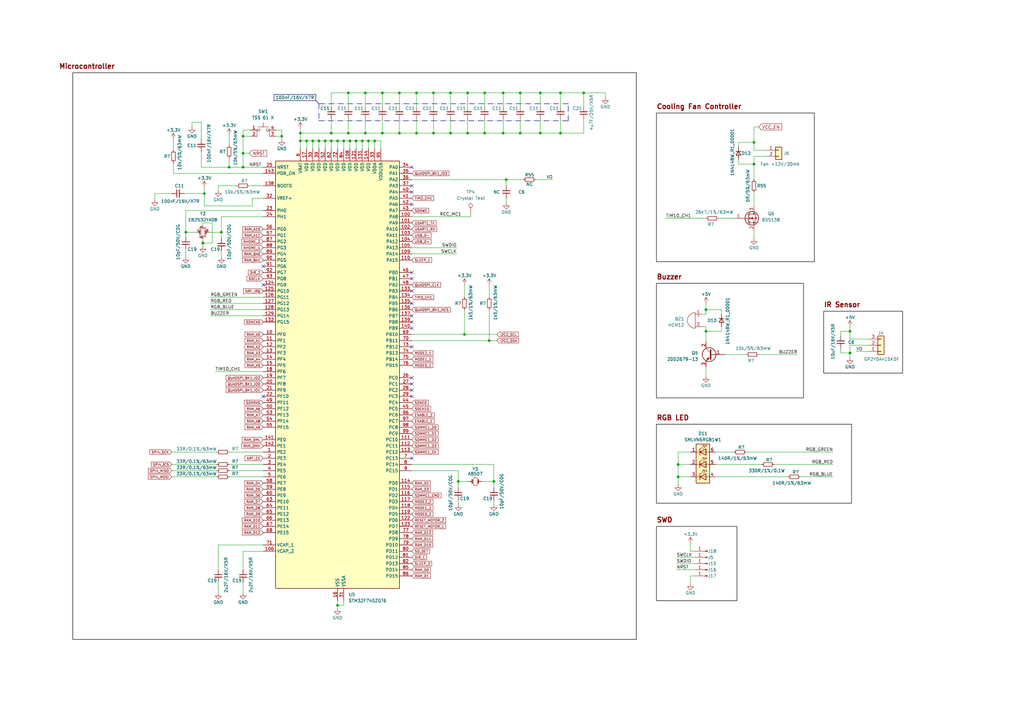
<source format=kicad_sch>
(kicad_sch (version 20230121) (generator eeschema)
  (paper "A3")
  (title_block (title "Procesor") (date "2023-08-20"))
  (lib_symbols
    (symbol "Connector:Conn_01x01_Pin" (pin_names (offset 1.016) hide)
      (property "Reference" "J" (at 0 2.54 0))
      (property "Value" "Conn_01x01_Pin" (at 0 -2.54 0))
      (symbol "Conn_01x01_Pin_1_1"
        (pin passive line (at 5.08 0 180) (length 3.81) (name "Pin_1") (number "1"))
      )
    )
    (symbol "Connector:TestPoint" (pin_numbers hide) (pin_names (offset 0.762) hide)
      (property "Reference" "TP" (at 0 6.858 0))
      (property "Value" "TestPoint" (at 0 5.08 0))
      (symbol "TestPoint_1_1"
        (pin passive line (at 0 0 90) (length 2.54) (name "1") (number "1"))
      )
    )
    (symbol "Connector_Generic:Conn_01x02" (pin_names (offset 1.016) hide)
      (property "Reference" "J" (at 0 2.54 0))
      (property "Value" "Conn_01x02" (at 0 -5.08 0))
      (symbol "Conn_01x02_1_1"
        (pin passive line (at -5.08 0 0) (length 3.81) (name "Pin_1") (number "1"))
        (pin passive line (at -5.08 -2.54 0) (length 3.81) (name "Pin_2") (number "2"))
      )
    )
    (symbol "Connector_Generic:Conn_01x03" (pin_names (offset 1.016) hide)
      (property "Reference" "J" (at 0 5.08 0))
      (property "Value" "Conn_01x03" (at 0 -5.08 0))
      (symbol "Conn_01x03_1_1"
        (pin passive line (at -5.08 2.54 0) (length 3.81) (name "Pin_1") (number "1"))
        (pin passive line (at -5.08 0 0) (length 3.81) (name "Pin_2") (number "2"))
        (pin passive line (at -5.08 -2.54 0) (length 3.81) (name "Pin_3") (number "3"))
      )
    )
    (symbol "Device:Buzzer" (pin_names (offset 0.0254) hide)
      (property "Reference" "BZ" (at 3.81 1.27 0))
      (property "Value" "Buzzer" (at 3.81 -1.27 0))
      (symbol "Buzzer_1_1"
        (pin passive line (at -2.54 2.54 0) (length 2.54) (name "-") (number "1"))
        (pin passive line (at -2.54 -2.54 0) (length 2.54) (name "+") (number "2"))
      )
    )
    (symbol "Device:C_Small" (pin_numbers hide) (pin_names (offset 0.254) hide)
      (property "Reference" "C" (at 0.254 1.778 0))
      (property "Value" "C_Small" (at 0.254 -2.032 0))
      (symbol "C_Small_1_1"
        (pin passive line (at 0 2.54 270) (length 2.032) (name "~") (number "1"))
        (pin passive line (at 0 -2.54 90) (length 2.032) (name "~") (number "2"))
      )
    )
    (symbol "Device:Crystal_GND24_Small" (pin_names (offset 1.016) hide)
      (property "Reference" "Y" (at 1.27 4.445 0))
      (property "Value" "Crystal_GND24_Small" (at 1.27 2.54 0))
      (symbol "Crystal_GND24_Small_1_1"
        (pin passive line (at -2.54 0 0) (length 1.27) (name "1") (number "1"))
        (pin passive line (at 0 -2.54 90) (length 0.635) (name "2") (number "2"))
        (pin passive line (at 2.54 0 180) (length 1.27) (name "3") (number "3"))
        (pin passive line (at 0 2.54 270) (length 0.635) (name "4") (number "4"))
      )
    )
    (symbol "Device:Crystal_Small" (pin_numbers hide) (pin_names (offset 1.016) hide)
      (property "Reference" "Y" (at 0 2.54 0))
      (property "Value" "Crystal_Small" (at 0 -2.54 0))
      (symbol "Crystal_Small_1_1"
        (pin passive line (at -2.54 0 0) (length 1.27) (name "1") (number "1"))
        (pin passive line (at 2.54 0 180) (length 1.27) (name "2") (number "2"))
      )
    )
    (symbol "Device:D_Small" (pin_numbers hide) (pin_names (offset 0.254) hide)
      (property "Reference" "D" (at -1.27 2.032 0))
      (property "Value" "D_Small" (at -3.81 -2.032 0))
      (symbol "D_Small_1_1"
        (pin passive line (at -2.54 0 0) (length 1.778) (name "K") (number "1"))
        (pin passive line (at 2.54 0 180) (length 1.778) (name "A") (number "2"))
      )
    )
    (symbol "Device:LED_RGB" (pin_names (offset 0) hide)
      (property "Reference" "D11" (at 0 12.065 0))
      (property "Value" "LED_RGB" (at 0 9.525 0))
      (symbol "LED_RGB_1_1"
        (pin passive line (at -5.08 5.08 0) (length 2.54) (name "RK") (number "1"))
        (pin passive line (at -5.08 0 0) (length 2.54) (name "GK") (number "2"))
        (pin passive line (at -5.08 -5.08 0) (length 2.54) (name "BK") (number "3"))
        (pin passive line (at 5.08 -5.08 180) (length 2.54) (name "BA") (number "4"))
        (pin passive line (at 5.08 0 180) (length 2.54) (name "GA") (number "5"))
        (pin passive line (at 5.08 5.08 180) (length 2.54) (name "RA") (number "6"))
      )
    )
    (symbol "Device:Q_NMOS_GSD" (pin_names (offset 0) hide)
      (property "Reference" "Q" (at 5.08 1.27 0))
      (property "Value" "Q_NMOS_GSD" (at 5.08 -1.27 0))
      (symbol "Q_NMOS_GSD_1_1"
        (pin input line (at -5.08 0 0) (length 2.54) (name "G") (number "1"))
        (pin passive line (at 2.54 -5.08 90) (length 2.54) (name "S") (number "2"))
        (pin passive line (at 2.54 5.08 270) (length 2.54) (name "D") (number "3"))
      )
    )
    (symbol "Device:R_Small" (pin_numbers hide) (pin_names (offset 0.254) hide)
      (property "Reference" "R" (at 0.762 0.508 0))
      (property "Value" "R_Small" (at 0.762 -1.016 0))
      (symbol "R_Small_1_1"
        (pin passive line (at 0 2.54 270) (length 0.762) (name "~") (number "1"))
        (pin passive line (at 0 -2.54 90) (length 0.762) (name "~") (number "2"))
      )
    )
    (symbol "MCU_ST_STM32F7:STM32F745ZGTx"
      (property "Reference" "U" (at -25.4 90.17 0))
      (property "Value" "STM32F745ZGTx" (at 20.32 90.17 0))
      (symbol "STM32F745ZGTx_1_1"
        (pin bidirectional line (at -30.48 -30.48 0) (length 5.08) (name "PE2") (number "1"))
        (pin bidirectional line (at -30.48 17.78 0) (length 5.08) (name "PF0") (number "10"))
        (pin bidirectional line (at 30.48 66.04 180) (length 5.08) (name "PA8") (number "100"))
        (pin bidirectional line (at 30.48 63.5 180) (length 5.08) (name "PA9") (number "101"))
        (pin bidirectional line (at 30.48 60.96 180) (length 5.08) (name "PA10") (number "102"))
        (pin bidirectional line (at 30.48 58.42 180) (length 5.08) (name "PA11") (number "103"))
        (pin bidirectional line (at 30.48 55.88 180) (length 5.08) (name "PA12") (number "104"))
        (pin bidirectional line (at 30.48 53.34 180) (length 5.08) (name "PA13") (number "105"))
        (pin power_out line (at -30.48 -71.12 0) (length 5.08) (name "VCAP_2") (number "106"))
        (pin passive line (at 0 -91.44 90) (length 5.08) hide (name "VSS") (number "107"))
        (pin power_in line (at 5.08 93.98 270) (length 5.08) (name "VDD") (number "108"))
        (pin bidirectional line (at 30.48 50.8 180) (length 5.08) (name "PA14") (number "109"))
        (pin bidirectional line (at -30.48 15.24 0) (length 5.08) (name "PF1") (number "11"))
        (pin bidirectional line (at 30.48 48.26 180) (length 5.08) (name "PA15") (number "110"))
        (pin bidirectional line (at 30.48 -25.4 180) (length 5.08) (name "PC10") (number "111"))
        (pin bidirectional line (at 30.48 -27.94 180) (length 5.08) (name "PC11") (number "112"))
        (pin bidirectional line (at 30.48 -30.48 180) (length 5.08) (name "PC12") (number "113"))
        (pin bidirectional line (at 30.48 -43.18 180) (length 5.08) (name "PD0") (number "114"))
        (pin bidirectional line (at 30.48 -45.72 180) (length 5.08) (name "PD1") (number "115"))
        (pin bidirectional line (at 30.48 -48.26 180) (length 5.08) (name "PD2") (number "116"))
        (pin bidirectional line (at 30.48 -50.8 180) (length 5.08) (name "PD3") (number "117"))
        (pin bidirectional line (at 30.48 -53.34 180) (length 5.08) (name "PD4") (number "118"))
        (pin bidirectional line (at 30.48 -55.88 180) (length 5.08) (name "PD5") (number "119"))
        (pin bidirectional line (at -30.48 12.7 0) (length 5.08) (name "PF2") (number "12"))
        (pin passive line (at 0 -91.44 90) (length 5.08) hide (name "VSS") (number "120"))
        (pin power_in line (at 7.62 93.98 270) (length 5.08) (name "VDD") (number "121"))
        (pin bidirectional line (at 30.48 -58.42 180) (length 5.08) (name "PD6") (number "122"))
        (pin bidirectional line (at 30.48 -60.96 180) (length 5.08) (name "PD7") (number "123"))
        (pin bidirectional line (at -30.48 38.1 0) (length 5.08) (name "PG9") (number "124"))
        (pin bidirectional line (at -30.48 35.56 0) (length 5.08) (name "PG10") (number "125"))
        (pin bidirectional line (at -30.48 33.02 0) (length 5.08) (name "PG11") (number "126"))
        (pin bidirectional line (at -30.48 30.48 0) (length 5.08) (name "PG12") (number "127"))
        (pin bidirectional line (at -30.48 27.94 0) (length 5.08) (name "PG13") (number "128"))
        (pin bidirectional line (at -30.48 25.4 0) (length 5.08) (name "PG14") (number "129"))
        (pin bidirectional line (at -30.48 10.16 0) (length 5.08) (name "PF3") (number "13"))
        (pin passive line (at 0 -91.44 90) (length 5.08) hide (name "VSS") (number "130"))
        (pin power_in line (at 10.16 93.98 270) (length 5.08) (name "VDD") (number "131"))
        (pin bidirectional line (at -30.48 22.86 0) (length 5.08) (name "PG15") (number "132"))
        (pin bidirectional line (at 30.48 35.56 180) (length 5.08) (name "PB3") (number "133"))
        (pin bidirectional line (at 30.48 33.02 180) (length 5.08) (name "PB4") (number "134"))
        (pin bidirectional line (at 30.48 30.48 180) (length 5.08) (name "PB5") (number "135"))
        (pin bidirectional line (at 30.48 27.94 180) (length 5.08) (name "PB6") (number "136"))
        (pin bidirectional line (at 30.48 25.4 180) (length 5.08) (name "PB7") (number "137"))
        (pin input line (at -30.48 78.74 0) (length 5.08) (name "BOOT0") (number "138"))
        (pin bidirectional line (at 30.48 22.86 180) (length 5.08) (name "PB8") (number "139"))
        (pin bidirectional line (at -30.48 7.62 0) (length 5.08) (name "PF4") (number "14"))
        (pin bidirectional line (at 30.48 20.32 180) (length 5.08) (name "PB9") (number "140"))
        (pin bidirectional line (at -30.48 -25.4 0) (length 5.08) (name "PE0") (number "141"))
        (pin bidirectional line (at -30.48 -27.94 0) (length 5.08) (name "PE1") (number "142"))
        (pin input line (at -30.48 83.82 0) (length 5.08) (name "PDR_ON") (number "143"))
        (pin power_in line (at 12.7 93.98 270) (length 5.08) (name "VDD") (number "144"))
        (pin bidirectional line (at -30.48 5.08 0) (length 5.08) (name "PF5") (number "15"))
        (pin power_in line (at 0 -91.44 90) (length 5.08) (name "VSS") (number "16"))
        (pin power_in line (at -12.7 93.98 270) (length 5.08) (name "VDD") (number "17"))
        (pin bidirectional line (at -30.48 2.54 0) (length 5.08) (name "PF6") (number "18"))
        (pin bidirectional line (at -30.48 0 0) (length 5.08) (name "PF7") (number "19"))
        (pin bidirectional line (at -30.48 -33.02 0) (length 5.08) (name "PE3") (number "2"))
        (pin bidirectional line (at -30.48 -2.54 0) (length 5.08) (name "PF8") (number "20"))
        (pin bidirectional line (at -30.48 -5.08 0) (length 5.08) (name "PF9") (number "21"))
        (pin bidirectional line (at -30.48 -7.62 0) (length 5.08) (name "PF10") (number "22"))
        (pin bidirectional line (at -30.48 68.58 0) (length 5.08) (name "PH0") (number "23"))
        (pin bidirectional line (at -30.48 66.04 0) (length 5.08) (name "PH1") (number "24"))
        (pin input line (at -30.48 86.36 0) (length 5.08) (name "NRST") (number "25"))
        (pin bidirectional line (at 30.48 0 180) (length 5.08) (name "PC0") (number "26"))
        (pin bidirectional line (at 30.48 -2.54 180) (length 5.08) (name "PC1") (number "27"))
        (pin bidirectional line (at 30.48 -5.08 180) (length 5.08) (name "PC2") (number "28"))
        (pin bidirectional line (at 30.48 -7.62 180) (length 5.08) (name "PC3") (number "29"))
        (pin bidirectional line (at -30.48 -35.56 0) (length 5.08) (name "PE4") (number "3"))
        (pin power_in line (at -10.16 93.98 270) (length 5.08) (name "VDD") (number "30"))
        (pin power_in line (at 2.54 -91.44 90) (length 5.08) (name "VSSA") (number "31"))
        (pin input line (at -30.48 73.66 0) (length 5.08) (name "VREF+") (number "32"))
        (pin power_in line (at 15.24 93.98 270) (length 5.08) (name "VDDA") (number "33"))
        (pin bidirectional line (at 30.48 86.36 180) (length 5.08) (name "PA0") (number "34"))
        (pin bidirectional line (at 30.48 83.82 180) (length 5.08) (name "PA1") (number "35"))
        (pin bidirectional line (at 30.48 81.28 180) (length 5.08) (name "PA2") (number "36"))
        (pin bidirectional line (at 30.48 78.74 180) (length 5.08) (name "PA3") (number "37"))
        (pin passive line (at 0 -91.44 90) (length 5.08) hide (name "VSS") (number "38"))
        (pin power_in line (at -7.62 93.98 270) (length 5.08) (name "VDD") (number "39"))
        (pin bidirectional line (at -30.48 -38.1 0) (length 5.08) (name "PE5") (number "4"))
        (pin bidirectional line (at 30.48 76.2 180) (length 5.08) (name "PA4") (number "40"))
        (pin bidirectional line (at 30.48 73.66 180) (length 5.08) (name "PA5") (number "41"))
        (pin bidirectional line (at 30.48 71.12 180) (length 5.08) (name "PA6") (number "42"))
        (pin bidirectional line (at 30.48 68.58 180) (length 5.08) (name "PA7") (number "43"))
        (pin bidirectional line (at 30.48 -10.16 180) (length 5.08) (name "PC4") (number "44"))
        (pin bidirectional line (at 30.48 -12.7 180) (length 5.08) (name "PC5") (number "45"))
        (pin bidirectional line (at 30.48 43.18 180) (length 5.08) (name "PB0") (number "46"))
        (pin bidirectional line (at 30.48 40.64 180) (length 5.08) (name "PB1") (number "47"))
        (pin bidirectional line (at 30.48 38.1 180) (length 5.08) (name "PB2") (number "48"))
        (pin bidirectional line (at -30.48 -10.16 0) (length 5.08) (name "PF11") (number "49"))
        (pin bidirectional line (at -30.48 -40.64 0) (length 5.08) (name "PE6") (number "5"))
        (pin bidirectional line (at -30.48 -12.7 0) (length 5.08) (name "PF12") (number "50"))
        (pin passive line (at 0 -91.44 90) (length 5.08) hide (name "VSS") (number "51"))
        (pin power_in line (at -5.08 93.98 270) (length 5.08) (name "VDD") (number "52"))
        (pin bidirectional line (at -30.48 -15.24 0) (length 5.08) (name "PF13") (number "53"))
        (pin bidirectional line (at -30.48 -17.78 0) (length 5.08) (name "PF14") (number "54"))
        (pin bidirectional line (at -30.48 -20.32 0) (length 5.08) (name "PF15") (number "55"))
        (pin bidirectional line (at -30.48 60.96 0) (length 5.08) (name "PG0") (number "56"))
        (pin bidirectional line (at -30.48 58.42 0) (length 5.08) (name "PG1") (number "57"))
        (pin bidirectional line (at -30.48 -43.18 0) (length 5.08) (name "PE7") (number "58"))
        (pin bidirectional line (at -30.48 -45.72 0) (length 5.08) (name "PE8") (number "59"))
        (pin power_in line (at -15.24 93.98 270) (length 5.08) (name "VBAT") (number "6"))
        (pin bidirectional line (at -30.48 -48.26 0) (length 5.08) (name "PE9") (number "60"))
        (pin passive line (at 0 -91.44 90) (length 5.08) hide (name "VSS") (number "61"))
        (pin power_in line (at -2.54 93.98 270) (length 5.08) (name "VDD") (number "62"))
        (pin bidirectional line (at -30.48 -50.8 0) (length 5.08) (name "PE10") (number "63"))
        (pin bidirectional line (at -30.48 -53.34 0) (length 5.08) (name "PE11") (number "64"))
        (pin bidirectional line (at -30.48 -55.88 0) (length 5.08) (name "PE12") (number "65"))
        (pin bidirectional line (at -30.48 -58.42 0) (length 5.08) (name "PE13") (number "66"))
        (pin bidirectional line (at -30.48 -60.96 0) (length 5.08) (name "PE14") (number "67"))
        (pin bidirectional line (at -30.48 -63.5 0) (length 5.08) (name "PE15") (number "68"))
        (pin bidirectional line (at 30.48 17.78 180) (length 5.08) (name "PB10") (number "69"))
        (pin bidirectional line (at 30.48 -33.02 180) (length 5.08) (name "PC13") (number "7"))
        (pin bidirectional line (at 30.48 15.24 180) (length 5.08) (name "PB11") (number "70"))
        (pin power_out line (at -30.48 -68.58 0) (length 5.08) (name "VCAP_1") (number "71"))
        (pin power_in line (at 0 93.98 270) (length 5.08) (name "VDD") (number "72"))
        (pin bidirectional line (at 30.48 12.7 180) (length 5.08) (name "PB12") (number "73"))
        (pin bidirectional line (at 30.48 10.16 180) (length 5.08) (name "PB13") (number "74"))
        (pin bidirectional line (at 30.48 7.62 180) (length 5.08) (name "PB14") (number "75"))
        (pin bidirectional line (at 30.48 5.08 180) (length 5.08) (name "PB15") (number "76"))
        (pin bidirectional line (at 30.48 -63.5 180) (length 5.08) (name "PD8") (number "77"))
        (pin bidirectional line (at 30.48 -66.04 180) (length 5.08) (name "PD9") (number "78"))
        (pin bidirectional line (at 30.48 -68.58 180) (length 5.08) (name "PD10") (number "79"))
        (pin bidirectional line (at 30.48 -35.56 180) (length 5.08) (name "PC14") (number "8"))
        (pin bidirectional line (at 30.48 -71.12 180) (length 5.08) (name "PD11") (number "80"))
        (pin bidirectional line (at 30.48 -73.66 180) (length 5.08) (name "PD12") (number "81"))
        (pin bidirectional line (at 30.48 -76.2 180) (length 5.08) (name "PD13") (number "82"))
        (pin passive line (at 0 -91.44 90) (length 5.08) hide (name "VSS") (number "83"))
        (pin power_in line (at 2.54 93.98 270) (length 5.08) (name "VDD") (number "84"))
        (pin bidirectional line (at 30.48 -78.74 180) (length 5.08) (name "PD14") (number "85"))
        (pin bidirectional line (at 30.48 -81.28 180) (length 5.08) (name "PD15") (number "86"))
        (pin bidirectional line (at -30.48 55.88 0) (length 5.08) (name "PG2") (number "87"))
        (pin bidirectional line (at -30.48 53.34 0) (length 5.08) (name "PG3") (number "88"))
        (pin bidirectional line (at -30.48 50.8 0) (length 5.08) (name "PG4") (number "89"))
        (pin bidirectional line (at 30.48 -38.1 180) (length 5.08) (name "PC15") (number "9"))
        (pin bidirectional line (at -30.48 48.26 0) (length 5.08) (name "PG5") (number "90"))
        (pin bidirectional line (at -30.48 45.72 0) (length 5.08) (name "PG6") (number "91"))
        (pin bidirectional line (at -30.48 43.18 0) (length 5.08) (name "PG7") (number "92"))
        (pin bidirectional line (at -30.48 40.64 0) (length 5.08) (name "PG8") (number "93"))
        (pin passive line (at 0 -91.44 90) (length 5.08) hide (name "VSS") (number "94"))
        (pin power_in line (at 17.78 93.98 270) (length 5.08) (name "VDDUSB") (number "95"))
        (pin bidirectional line (at 30.48 -15.24 180) (length 5.08) (name "PC6") (number "96"))
        (pin bidirectional line (at 30.48 -17.78 180) (length 5.08) (name "PC7") (number "97"))
        (pin bidirectional line (at 30.48 -20.32 180) (length 5.08) (name "PC8") (number "98"))
        (pin bidirectional line (at 30.48 -22.86 180) (length 5.08) (name "PC9") (number "99"))
      )
    )
    (symbol "Switch:SW_MEC_5E" (pin_names (offset 1.016) hide)
      (property "Reference" "SW" (at 0.635 5.715 0))
      (property "Value" "SW_MEC_5E" (at 0 -3.175 0))
      (symbol "SW_MEC_5E_0_1"
        (pin passive line (at -5.08 2.54 0) (length 2.54) (name "1") (number "1"))
        (pin passive line (at -5.08 0 0) (length 2.54) (name "2") (number "2"))
        (pin passive line (at 5.08 0 180) (length 2.54) (name "K") (number "3"))
        (pin passive line (at 5.08 2.54 180) (length 2.54) (name "A") (number "4"))
      )
    )
    (symbol "Transistor_BJT:2SD1047" (pin_names (offset 0) hide)
      (property "Reference" "Q" (at 6.35 1.905 0))
      (property "Value" "2SD1047" (at 6.35 0 0))
      (symbol "2SD1047_1_1"
        (pin input line (at -5.08 0 0) (length 5.08) (name "B") (number "1"))
        (pin passive line (at 2.54 5.08 270) (length 2.54) (name "C") (number "2"))
        (pin passive line (at 2.54 -5.08 90) (length 2.54) (name "E") (number "3"))
      )
    )
    (symbol "power:+3.3V" (power) (pin_names (offset 0))
      (property "Value" "+3.3V" (at 0 3.556 0))
      (symbol "+3.3V_1_1"
        (pin power_in line (at 0 0 90) (length 0) hide (name "+3.3V") (number "1"))
      )
    )
    (symbol "power:+5V" (power) (pin_names (offset 0))
      (property "Value" "+5V" (at 0 3.556 0))
      (symbol "+5V_1_1"
        (pin power_in line (at 0 0 90) (length 0) hide (name "+5V") (number "1"))
      )
    )
    (symbol "power:GND" (power) (pin_names (offset 0))
      (property "Value" "GND" (at 0 -3.81 0))
      (symbol "GND_1_1"
        (pin power_in line (at 0 0 270) (length 0) hide (name "GND") (number "1"))
      )
    )
  )
  (junction (at 93.98 68.58))
  (junction (at 184.785 38.1))
  (junction (at 123.19 57.785))
  (junction (at 278.13 190.5))
  (junction (at 125.73 57.785))
  (junction (at 133.35 57.785))
  (junction (at 200.66 139.7))
  (junction (at 146.05 57.785))
  (junction (at 99.695 62.865))
  (junction (at 143.51 57.785))
  (junction (at 135.89 54.61))
  (junction (at 90.805 95.25))
  (junction (at 142.875 38.1))
  (junction (at 289.56 135.89))
  (junction (at 213.36 54.61))
  (junction (at 191.77 38.1))
  (junction (at 184.785 54.61))
  (junction (at 99.695 55.88))
  (junction (at 156.845 54.61))
  (junction (at 289.56 127))
  (junction (at 191.77 54.61))
  (junction (at 239.395 38.1))
  (junction (at 123.19 54.61))
  (junction (at 170.815 54.61))
  (junction (at 99.695 68.58))
  (junction (at 76.2 95.25))
  (junction (at 207.645 73.66))
  (junction (at 198.755 38.1))
  (junction (at 229.87 38.1))
  (junction (at 213.36 38.1))
  (junction (at 202.565 197.485))
  (junction (at 83.185 99.695))
  (junction (at 138.43 57.785))
  (junction (at 149.86 54.61))
  (junction (at 128.27 57.785))
  (junction (at 142.875 54.61))
  (junction (at 135.89 57.785))
  (junction (at 309.245 58.42))
  (junction (at 163.83 54.61))
  (junction (at 221.615 38.1))
  (junction (at 151.13 57.785))
  (junction (at 83.82 79.375))
  (junction (at 149.86 38.1))
  (junction (at 278.13 195.58))
  (junction (at 206.375 38.1))
  (junction (at 348.615 144.78))
  (junction (at 148.59 57.785))
  (junction (at 221.615 54.61))
  (junction (at 198.755 54.61))
  (junction (at 177.8 54.61))
  (junction (at 190.5 137.16))
  (junction (at 206.375 54.61))
  (junction (at 229.87 54.61))
  (junction (at 138.43 248.285))
  (junction (at 130.81 57.785))
  (junction (at 153.67 57.785))
  (junction (at 309.245 67.31))
  (junction (at 348.615 135.89))
  (junction (at 115.57 55.88))
  (junction (at 177.8 38.1))
  (junction (at 187.96 197.485))
  (junction (at 156.845 38.1))
  (junction (at 140.97 57.785))
  (junction (at 170.815 38.1))
  (junction (at 163.83 38.1))
  (no_connect (at 168.91 154.94))
  (no_connect (at 168.91 76.2))
  (no_connect (at 168.91 111.76))
  (no_connect (at 107.95 116.84))
  (no_connect (at 168.91 132.08))
  (no_connect (at 107.95 162.56))
  (no_connect (at 168.91 142.24))
  (no_connect (at 168.91 187.96))
  (no_connect (at 168.91 124.46))
  (no_connect (at 168.91 157.48))
  (no_connect (at 168.91 134.62))
  (no_connect (at 168.91 68.58))
  (no_connect (at 168.91 78.74))
  (no_connect (at 168.91 129.54))
  (no_connect (at 168.91 162.56))
  (no_connect (at 168.91 119.38))
  (no_connect (at 107.95 109.22))
  (no_connect (at 168.91 160.02))
  (no_connect (at 168.91 83.82))
  (no_connect (at 168.91 114.3))
  (wire (pts (xy 207.645 73.66) (xy 207.645 76.2)))
  (wire (pts (xy 191.77 38.1) (xy 191.77 43.815)))
  (wire (pts (xy 125.73 57.785) (xy 125.73 60.96)))
  (wire (pts (xy 135.89 38.1) (xy 135.89 43.815)))
  (wire (pts (xy 344.805 135.89) (xy 348.615 135.89)))
  (wire (pts (xy 309.245 52.07) (xy 309.245 58.42)))
  (wire (pts (xy 149.86 54.61) (xy 149.86 48.895)))
  (wire (pts (xy 86.995 91.44) (xy 86.995 99.695)))
  (wire (pts (xy 83.82 76.835) (xy 83.82 79.375)))
  (wire (pts (xy 184.785 38.1) (xy 184.785 43.815)))
  (wire (pts (xy 190.5 127) (xy 190.5 137.16)))
  (polyline (pts (xy 129.54 40.64) (xy 129.54 41.275)) (stroke (width 0.2) (color 0 0 132 1)))
  (wire (pts (xy 221.615 38.1) (xy 221.615 43.815)))
  (wire (pts (xy 107.95 223.52) (xy 89.535 223.52)))
  (wire (pts (xy 156.845 38.1) (xy 156.845 43.815)))
  (wire (pts (xy 123.19 54.61) (xy 123.19 57.785)))
  (wire (pts (xy 149.86 38.1) (xy 149.86 43.815)))
  (wire (pts (xy 99.695 68.58) (xy 107.95 68.58)))
  (polyline (pts (xy 233.045 42.545) (xy 130.81 42.545)) (stroke (width 0.2) (type dash_dot) (color 0 0 132 1)))
  (wire (pts (xy 348.615 135.89) (xy 348.615 133.985)))
  (wire (pts (xy 90.805 102.87) (xy 90.805 105.41)))
  (polyline (pts (xy 130.81 42.545) (xy 130.81 49.53)) (stroke (width 0.2) (type dash_dot) (color 0 0 132 1)))
  (wire (pts (xy 327.025 145.415) (xy 311.15 145.415)))
  (wire (pts (xy 163.83 38.1) (xy 163.83 43.815)))
  (wire (pts (xy 184.785 54.61) (xy 191.77 54.61)))
  (wire (pts (xy 70.485 195.58) (xy 88.9 195.58)))
  (wire (pts (xy 348.615 139.065) (xy 356.235 139.065)))
  (wire (pts (xy 140.97 57.785) (xy 140.97 60.96)))
  (wire (pts (xy 93.98 190.5) (xy 107.95 190.5)))
  (wire (pts (xy 295.91 127) (xy 289.56 127)))
  (wire (pts (xy 142.875 38.1) (xy 135.89 38.1)))
  (wire (pts (xy 168.91 73.66) (xy 207.645 73.66)))
  (polyline (pts (xy 130.81 42.545) (xy 129.54 41.275)) (stroke (width 0.2) (color 0 0 132 1)))
  (wire (pts (xy 293.37 185.42) (xy 300.99 185.42)))
  (wire (pts (xy 140.97 57.785) (xy 138.43 57.785)))
  (wire (pts (xy 70.485 185.42) (xy 88.9 185.42)))
  (wire (pts (xy 149.86 38.1) (xy 142.875 38.1)))
  (wire (pts (xy 140.97 248.285) (xy 140.97 246.38)))
  (wire (pts (xy 146.05 57.785) (xy 146.05 60.96)))
  (polyline (pts (xy 112.395 38.735) (xy 112.395 41.275)) (stroke (width 0.2) (color 0 0 132 1)))
  (wire (pts (xy 70.485 193.04) (xy 88.9 193.04)))
  (wire (pts (xy 344.805 137.795) (xy 344.805 135.89)))
  (wire (pts (xy 107.95 152.4) (xy 88.265 152.4)))
  (wire (pts (xy 83.185 99.695) (xy 83.185 100.965)))
  (wire (pts (xy 221.615 48.895) (xy 221.615 54.61)))
  (wire (pts (xy 170.815 38.1) (xy 163.83 38.1)))
  (wire (pts (xy 89.535 78.105) (xy 89.535 76.2)))
  (wire (pts (xy 83.185 92.71) (xy 83.185 91.44)))
  (wire (pts (xy 356.235 144.145) (xy 351.155 144.145)))
  (wire (pts (xy 90.805 95.25) (xy 90.805 88.9)))
  (wire (pts (xy 156.845 54.61) (xy 163.83 54.61)))
  (wire (pts (xy 297.18 145.415) (xy 306.07 145.415)))
  (wire (pts (xy 341.63 195.58) (xy 328.295 195.58)))
  (wire (pts (xy 221.615 54.61) (xy 229.87 54.61)))
  (wire (pts (xy 309.245 58.42) (xy 309.245 61.595)))
  (wire (pts (xy 295.91 128.905) (xy 295.91 127)))
  (wire (pts (xy 170.815 54.61) (xy 177.8 54.61)))
  (wire (pts (xy 76.2 86.36) (xy 107.95 86.36)))
  (wire (pts (xy 190.5 137.16) (xy 203.835 137.16)))
  (wire (pts (xy 202.565 197.485) (xy 202.565 200.025)))
  (wire (pts (xy 200.66 116.84) (xy 200.66 121.92)))
  (wire (pts (xy 187.325 104.14) (xy 168.91 104.14)))
  (wire (pts (xy 83.82 84.455) (xy 103.505 84.455)))
  (wire (pts (xy 278.13 190.5) (xy 278.13 195.58)))
  (wire (pts (xy 93.98 68.58) (xy 82.55 68.58)))
  (wire (pts (xy 76.2 95.25) (xy 76.2 97.155)))
  (wire (pts (xy 156.845 38.1) (xy 149.86 38.1)))
  (wire (pts (xy 206.375 54.61) (xy 213.36 54.61)))
  (wire (pts (xy 146.05 57.785) (xy 143.51 57.785)))
  (wire (pts (xy 198.755 38.1) (xy 191.77 38.1)))
  (wire (pts (xy 239.395 38.1) (xy 239.395 43.815)))
  (wire (pts (xy 289.56 135.89) (xy 289.56 140.335)))
  (wire (pts (xy 133.35 57.785) (xy 130.81 57.785)))
  (wire (pts (xy 93.98 55.245) (xy 93.98 59.69)))
  (wire (pts (xy 99.695 62.865) (xy 99.695 55.88)))
  (wire (pts (xy 148.59 57.785) (xy 148.59 60.96)))
  (wire (pts (xy 123.19 57.785) (xy 123.19 60.96)))
  (wire (pts (xy 278.13 185.42) (xy 278.13 190.5)))
  (wire (pts (xy 93.98 68.58) (xy 99.695 68.58)))
  (wire (pts (xy 177.8 38.1) (xy 170.815 38.1)))
  (wire (pts (xy 83.82 79.375) (xy 83.82 84.455)))
  (wire (pts (xy 163.83 54.61) (xy 170.815 54.61)))
  (polyline (pts (xy 112.395 41.275) (xy 129.54 41.275)) (stroke (width 0.2) (color 0 0 132 1)))
  (polyline (pts (xy 130.81 49.53) (xy 233.045 49.53)) (stroke (width 0.2) (type dash_dot) (color 0 0 132 1)))
  (wire (pts (xy 148.59 57.785) (xy 146.05 57.785)))
  (wire (pts (xy 309.245 78.74) (xy 309.245 84.455)))
  (wire (pts (xy 283.21 195.58) (xy 278.13 195.58)))
  (wire (pts (xy 163.83 54.61) (xy 163.83 48.895)))
  (wire (pts (xy 170.815 38.1) (xy 170.815 43.815)))
  (wire (pts (xy 115.57 55.88) (xy 115.57 57.15)))
  (wire (pts (xy 82.55 68.58) (xy 82.55 62.23)))
  (wire (pts (xy 63.5 81.915) (xy 63.5 79.375)))
  (wire (pts (xy 86.36 129.54) (xy 107.95 129.54)))
  (wire (pts (xy 191.77 54.61) (xy 198.755 54.61)))
  (wire (pts (xy 287.655 128.905) (xy 289.56 128.905)))
  (wire (pts (xy 89.535 76.2) (xy 97.155 76.2)))
  (wire (pts (xy 138.43 248.285) (xy 140.97 248.285)))
  (wire (pts (xy 309.245 52.07) (xy 311.15 52.07)))
  (wire (pts (xy 93.98 195.58) (xy 107.95 195.58)))
  (wire (pts (xy 229.87 54.61) (xy 239.395 54.61)))
  (wire (pts (xy 206.375 54.61) (xy 206.375 48.895)))
  (wire (pts (xy 289.56 89.535) (xy 273.05 89.535)))
  (wire (pts (xy 294.64 89.535) (xy 301.625 89.535)))
  (wire (pts (xy 90.805 88.9) (xy 107.95 88.9)))
  (wire (pts (xy 138.43 248.285) (xy 138.43 249.555)))
  (wire (pts (xy 198.755 54.61) (xy 198.755 48.895)))
  (wire (pts (xy 248.285 38.1) (xy 248.285 40.005)))
  (wire (pts (xy 348.615 139.065) (xy 348.615 135.89)))
  (wire (pts (xy 203.835 139.7) (xy 200.66 139.7)))
  (wire (pts (xy 295.91 135.89) (xy 289.56 135.89)))
  (wire (pts (xy 76.2 95.25) (xy 76.2 86.36)))
  (wire (pts (xy 99.695 55.88) (xy 99.695 53.34)))
  (wire (pts (xy 200.66 127) (xy 200.66 139.7)))
  (wire (pts (xy 177.8 54.61) (xy 177.8 48.895)))
  (wire (pts (xy 314.325 61.595) (xy 309.245 61.595)))
  (wire (pts (xy 85.725 95.25) (xy 90.805 95.25)))
  (wire (pts (xy 213.36 54.61) (xy 221.615 54.61)))
  (wire (pts (xy 190.5 137.16) (xy 168.91 137.16)))
  (wire (pts (xy 285.115 236.22) (xy 283.21 236.22)))
  (wire (pts (xy 213.36 54.61) (xy 213.36 48.895)))
  (wire (pts (xy 93.98 68.58) (xy 93.98 64.77)))
  (wire (pts (xy 285.115 226.06) (xy 283.21 226.06)))
  (wire (pts (xy 138.43 246.38) (xy 138.43 248.285)))
  (wire (pts (xy 142.875 54.61) (xy 142.875 48.895)))
  (wire (pts (xy 86.36 121.92) (xy 107.95 121.92)))
  (wire (pts (xy 293.37 190.5) (xy 312.42 190.5)))
  (wire (pts (xy 71.12 57.15) (xy 71.12 61.595)))
  (wire (pts (xy 213.36 38.1) (xy 221.615 38.1)))
  (wire (pts (xy 151.13 57.785) (xy 151.13 60.96)))
  (wire (pts (xy 123.19 54.61) (xy 135.89 54.61)))
  (wire (pts (xy 135.89 57.785) (xy 133.35 57.785)))
  (wire (pts (xy 143.51 57.785) (xy 143.51 60.96)))
  (wire (pts (xy 153.67 57.785) (xy 151.13 57.785)))
  (wire (pts (xy 293.37 195.58) (xy 323.215 195.58)))
  (wire (pts (xy 99.695 68.58) (xy 99.695 62.865)))
  (wire (pts (xy 89.535 238.76) (xy 89.535 243.205)))
  (wire (pts (xy 229.87 38.1) (xy 239.395 38.1)))
  (wire (pts (xy 192.405 197.485) (xy 187.96 197.485)))
  (wire (pts (xy 168.91 101.6) (xy 187.325 101.6)))
  (wire (pts (xy 191.77 54.61) (xy 191.77 48.895)))
  (wire (pts (xy 187.96 193.04) (xy 187.96 197.485)))
  (wire (pts (xy 103.505 81.28) (xy 107.95 81.28)))
  (wire (pts (xy 113.03 55.88) (xy 115.57 55.88)))
  (wire (pts (xy 344.805 144.78) (xy 348.615 144.78)))
  (wire (pts (xy 142.875 54.61) (xy 149.86 54.61)))
  (wire (pts (xy 71.12 66.675) (xy 71.12 71.12)))
  (wire (pts (xy 289.56 128.905) (xy 289.56 127)))
  (wire (pts (xy 202.565 190.5) (xy 168.91 190.5)))
  (wire (pts (xy 283.21 236.22) (xy 283.21 239.395)))
  (wire (pts (xy 309.245 67.31) (xy 309.245 73.66)))
  (wire (pts (xy 63.5 79.375) (xy 70.485 79.375)))
  (wire (pts (xy 187.96 193.04) (xy 168.91 193.04)))
  (wire (pts (xy 149.86 54.61) (xy 156.845 54.61)))
  (wire (pts (xy 151.13 57.785) (xy 148.59 57.785)))
  (wire (pts (xy 187.96 197.485) (xy 187.96 200.025)))
  (wire (pts (xy 107.95 226.06) (xy 99.695 226.06)))
  (wire (pts (xy 93.98 185.42) (xy 107.95 185.42)))
  (wire (pts (xy 130.81 57.785) (xy 130.81 60.96)))
  (wire (pts (xy 278.13 195.58) (xy 278.13 198.755)))
  (wire (pts (xy 138.43 57.785) (xy 135.89 57.785)))
  (wire (pts (xy 153.67 57.785) (xy 156.21 57.785)))
  (wire (pts (xy 295.91 133.985) (xy 295.91 135.89)))
  (wire (pts (xy 128.27 57.785) (xy 125.73 57.785)))
  (wire (pts (xy 302.895 67.31) (xy 309.245 67.31)))
  (wire (pts (xy 302.895 60.325) (xy 302.895 58.42)))
  (wire (pts (xy 248.285 38.1) (xy 239.395 38.1)))
  (wire (pts (xy 289.56 150.495) (xy 289.56 154.305)))
  (wire (pts (xy 78.74 50.165) (xy 78.74 52.07)))
  (wire (pts (xy 128.27 57.785) (xy 128.27 60.96)))
  (wire (pts (xy 283.21 185.42) (xy 278.13 185.42)))
  (wire (pts (xy 123.19 52.705) (xy 123.19 54.61)))
  (wire (pts (xy 156.21 60.96) (xy 156.21 57.785)))
  (wire (pts (xy 168.91 88.9) (xy 193.04 88.9)))
  (wire (pts (xy 229.87 48.895) (xy 229.87 54.61)))
  (wire (pts (xy 130.81 57.785) (xy 128.27 57.785)))
  (wire (pts (xy 170.815 54.61) (xy 170.815 48.895)))
  (wire (pts (xy 75.565 79.375) (xy 83.82 79.375)))
  (wire (pts (xy 177.8 38.1) (xy 177.8 43.815)))
  (polyline (pts (xy 129.54 40.64) (xy 129.54 38.735)) (stroke (width 0.2) (color 0 0 132 1)))
  (wire (pts (xy 219.71 73.66) (xy 226.695 73.66)))
  (wire (pts (xy 80.645 95.25) (xy 76.2 95.25)))
  (wire (pts (xy 184.785 54.61) (xy 184.785 48.895)))
  (wire (pts (xy 277.495 231.14) (xy 285.115 231.14)))
  (wire (pts (xy 289.56 127) (xy 289.56 124.46)))
  (wire (pts (xy 71.12 71.12) (xy 107.95 71.12)))
  (wire (pts (xy 153.67 57.785) (xy 153.67 60.96)))
  (wire (pts (xy 302.895 58.42) (xy 309.245 58.42)))
  (wire (pts (xy 344.805 142.875) (xy 344.805 144.78)))
  (wire (pts (xy 86.36 127) (xy 107.95 127)))
  (wire (pts (xy 277.495 228.6) (xy 285.115 228.6)))
  (wire (pts (xy 133.35 57.785) (xy 133.35 60.96)))
  (wire (pts (xy 86.36 124.46) (xy 107.95 124.46)))
  (wire (pts (xy 314.325 64.135) (xy 309.245 64.135)))
  (wire (pts (xy 213.36 38.1) (xy 213.36 43.815)))
  (wire (pts (xy 76.2 102.235) (xy 76.2 105.41)))
  (wire (pts (xy 90.805 95.25) (xy 90.805 97.79)))
  (wire (pts (xy 135.89 54.61) (xy 142.875 54.61)))
  (wire (pts (xy 356.235 141.605) (xy 348.615 141.605)))
  (wire (pts (xy 190.5 116.84) (xy 190.5 121.92)))
  (wire (pts (xy 348.615 144.78) (xy 348.615 146.685)))
  (polyline (pts (xy 129.54 38.735) (xy 112.395 38.735)) (stroke (width 0.2) (color 0 0 132 1)))
  (wire (pts (xy 287.655 133.985) (xy 289.56 133.985)))
  (wire (pts (xy 142.875 38.1) (xy 142.875 43.815)))
  (wire (pts (xy 207.645 73.66) (xy 214.63 73.66)))
  (wire (pts (xy 213.36 38.1) (xy 206.375 38.1)))
  (wire (pts (xy 115.57 53.34) (xy 115.57 55.88)))
  (wire (pts (xy 93.98 193.04) (xy 107.95 193.04)))
  (wire (pts (xy 135.89 48.895) (xy 135.89 54.61)))
  (wire (pts (xy 89.535 223.52) (xy 89.535 233.68)))
  (wire (pts (xy 277.495 233.68) (xy 285.115 233.68)))
  (wire (pts (xy 309.245 94.615) (xy 309.245 97.79)))
  (wire (pts (xy 86.995 99.695) (xy 83.185 99.695)))
  (wire (pts (xy 309.245 64.135) (xy 309.245 67.31)))
  (wire (pts (xy 187.96 205.105) (xy 187.96 207.01)))
  (wire (pts (xy 206.375 38.1) (xy 206.375 43.815)))
  (wire (pts (xy 202.565 205.105) (xy 202.565 207.01)))
  (wire (pts (xy 283.21 226.06) (xy 283.21 222.885)))
  (wire (pts (xy 156.845 54.61) (xy 156.845 48.895)))
  (wire (pts (xy 206.375 38.1) (xy 198.755 38.1)))
  (wire (pts (xy 193.04 87.63) (xy 193.04 88.9)))
  (wire (pts (xy 138.43 57.785) (xy 138.43 60.96)))
  (wire (pts (xy 197.485 197.485) (xy 202.565 197.485)))
  (wire (pts (xy 221.615 38.1) (xy 229.87 38.1)))
  (wire (pts (xy 191.77 38.1) (xy 184.785 38.1)))
  (wire (pts (xy 99.695 226.06) (xy 99.695 233.68)))
  (wire (pts (xy 70.485 190.5) (xy 88.9 190.5)))
  (wire (pts (xy 348.615 141.605) (xy 348.615 144.78)))
  (wire (pts (xy 229.87 38.1) (xy 229.87 43.815)))
  (wire (pts (xy 83.185 97.79) (xy 83.185 99.695)))
  (wire (pts (xy 306.07 185.42) (xy 341.63 185.42)))
  (wire (pts (xy 99.695 238.76) (xy 99.695 243.205)))
  (wire (pts (xy 102.235 62.865) (xy 99.695 62.865)))
  (wire (pts (xy 135.89 57.785) (xy 135.89 60.96)))
  (wire (pts (xy 198.755 38.1) (xy 198.755 43.815)))
  (wire (pts (xy 168.91 139.7) (xy 200.66 139.7)))
  (wire (pts (xy 102.235 76.2) (xy 107.95 76.2)))
  (wire (pts (xy 125.73 57.785) (xy 123.19 57.785)))
  (wire (pts (xy 177.8 54.61) (xy 184.785 54.61)))
  (wire (pts (xy 99.695 55.88) (xy 102.87 55.88)))
  (polyline (pts (xy 233.045 49.53) (xy 233.045 42.545)) (stroke (width 0.2) (type dash_dot) (color 0 0 132 1)))
  (wire (pts (xy 239.395 54.61) (xy 239.395 48.895)))
  (wire (pts (xy 302.895 65.405) (xy 302.895 67.31)))
  (wire (pts (xy 283.21 190.5) (xy 278.13 190.5)))
  (wire (pts (xy 99.695 53.34) (xy 102.87 53.34)))
  (wire (pts (xy 103.505 84.455) (xy 103.505 81.28)))
  (wire (pts (xy 207.645 81.28) (xy 207.645 83.185)))
  (wire (pts (xy 143.51 57.785) (xy 140.97 57.785)))
  (wire (pts (xy 82.55 50.165) (xy 78.74 50.165)))
  (wire (pts (xy 317.5 190.5) (xy 341.63 190.5)))
  (wire (pts (xy 163.83 38.1) (xy 156.845 38.1)))
  (wire (pts (xy 198.755 54.61) (xy 206.375 54.61)))
  (wire (pts (xy 82.55 57.15) (xy 82.55 50.165)))
  (wire (pts (xy 83.185 91.44) (xy 86.995 91.44)))
  (wire (pts (xy 184.785 38.1) (xy 177.8 38.1)))
  (wire (pts (xy 113.03 53.34) (xy 115.57 53.34)))
  (wire (pts (xy 202.565 190.5) (xy 202.565 197.485)))
  (wire (pts (xy 289.56 133.985) (xy 289.56 135.89)))
  (rectangle (start 269.24 46.355) (end 334.01 107.315) (stroke (width 0.2) (color 0 0 0 1)))
  (rectangle (start 269.24 116.205) (end 329.565 163.195) (stroke (width 0.2) (color 0 0 0 1)))
  (rectangle (start 337.82 127.635) (end 370.205 153.035) (stroke (width 0.2) (color 0 0 0 1)))
  (rectangle (start 269.24 173.99) (end 349.25 206.375) (stroke (width 0.2) (color 0 0 0 1)))
  (rectangle (start 269.24 215.9) (end 302.26 246.38) (stroke (width 0.2) (color 0 0 0 1)))
  (rectangle (start 29.845 29.845) (end 260.985 262.255) (stroke (width 0.2) (color 0 0 0 1)))
  (text "Buzzer" (at 269.24 114.935 0) (effects (font (size 2 2) (thickness 0.4) bold) (justify left bottom)))
  (text "IR Sensor" (at 337.82 126.365 0) (effects (font (size 2 2) (thickness 0.4) bold) (justify left bottom)))
  (text "RGB LED" (at 269.24 172.72 0) (effects (font (size 2 2) (thickness 0.4) bold) (justify left bottom)))
  (text "Microcontroller" (at 24.13 28.575 0) (effects (font (size 2 2) (thickness 0.4) bold) (justify left bottom)))
  (text "Cooling Fan Controller" (at 269.24 45.085 0) (effects (font (size 2 2) (thickness 0.4) bold) (justify left bottom)))
  (text "SWD" (at 269.24 214.63 0) (effects (font (size 2 2) (thickness 0.4) bold) (justify left bottom)))
  (label "VO" (at 226.695 73.66 180))
  (label "NRST" (at 102.235 68.58 0))
  (label "SWCLK" (at 187.325 104.14 180))
  (label "SWCLK" (at 277.495 228.6 0))
  (label "BUZZER" (at 86.36 129.54 0))
  (label "RGB_BLUE" (at 86.36 127 0))
  (label "SWDIO" (at 187.325 101.6 180))
  (label "RGB_GREEN" (at 341.63 185.42 180))
  (label "RGB_RED" (at 86.36 124.46 0))
  (label "VO" (at 351.155 144.145 0))
  (label "SWDIO" (at 277.495 231.14 0))
  (label "TIM10_CH1" (at 273.05 89.535 0))
  (label "RCC_MC1" (at 180.34 88.9 0))
  (label "BUZZER" (at 327.025 145.415 180))
  (label "RGB_RED" (at 341.63 190.5 180))
  (label "RGB_GREEN" (at 86.36 121.92 0))
  (label "RGB_BLUE" (at 341.63 195.58 180))
  (label "NRST" (at 277.495 233.68 0))
  (label "TIM10_CH1" (at 88.265 152.4 0))
  (global_label "QUADSPI_BK1_IO0" (shape input) (at 107.95 157.48 180) (effects (font (size 1 1))) (property "Intersheetrefs" "${INTERSHEET_REFS}" (effects hide)))
  (global_label "QUADSPI_BK1_IO1" (shape input) (at 107.95 160.02 180) (effects (font (size 1 1))) (property "Intersheetrefs" "${INTERSHEET_REFS}" (effects hide)))
  (global_label "RAM_A9" (shape input) (at 107.95 175.26 180) (effects (font (size 1 1))) (property "Intersheetrefs" "${INTERSHEET_REFS}" (effects hide)))
  (global_label "TIM2_CH1" (shape input) (at 168.91 81.28 0) (effects (font (size 1 1))) (property "Intersheetrefs" "${INTERSHEET_REFS}" (effects hide)))
  (global_label "USB_D-" (shape input) (at 168.91 96.52 0) (effects (font (size 1 1))) (property "Intersheetrefs" "${INTERSHEET_REFS}" (effects hide)))
  (global_label "RESET_MOTOR_1" (shape input) (at 168.91 215.9 0) (effects (font (size 1 1))) (property "Intersheetrefs" "${INTERSHEET_REFS}" (effects hide)))
  (global_label "RAM_DML" (shape input) (at 107.95 180.34 180) (effects (font (size 1 1))) (property "Intersheetrefs" "${INTERSHEET_REFS}" (effects hide)))
  (global_label "DIR_2" (shape input) (at 107.95 111.76 180) (effects (font (size 1 1))) (property "Intersheetrefs" "${INTERSHEET_REFS}" (effects hide)))
  (global_label "QUADSPI_BK1_IO3" (shape input) (at 168.91 71.12 0) (effects (font (size 1 1))) (property "Intersheetrefs" "${INTERSHEET_REFS}" (effects hide)))
  (global_label "RESET_MOTOR_2" (shape input) (at 168.91 213.36 0) (effects (font (size 1 1))) (property "Intersheetrefs" "${INTERSHEET_REFS}" (effects hide)))
  (global_label "NRF_IRQ" (shape input) (at 107.95 119.38 180) (effects (font (size 1 1))) (property "Intersheetrefs" "${INTERSHEET_REFS}" (effects hide)))
  (global_label "MODE1_2" (shape input) (at 168.91 208.28 0) (effects (font (size 1 1))) (property "Intersheetrefs" "${INTERSHEET_REFS}" (effects hide)))
  (global_label "SDNE0" (shape input) (at 168.91 165.1 0) (effects (font (size 1 1))) (property "Intersheetrefs" "${INTERSHEET_REFS}" (effects hide)))
  (global_label "RAM_A11" (shape input) (at 107.95 96.52 180) (effects (font (size 1 1))) (property "Intersheetrefs" "${INTERSHEET_REFS}" (effects hide)))
  (global_label "QUADSPI_CLK" (shape input) (at 168.91 116.84 0) (effects (font (size 1 1))) (property "Intersheetrefs" "${INTERSHEET_REFS}" (effects hide)))
  (global_label "QUADSPI_BK1_NCS" (shape input) (at 168.91 127 0) (effects (font (size 1 1))) (property "Intersheetrefs" "${INTERSHEET_REFS}" (effects hide)))
  (global_label "I2C2_SDA" (shape input) (at 203.835 139.7 0) (effects (font (size 1 1))) (property "Intersheetrefs" "${INTERSHEET_REFS}" (effects hide)))
  (global_label "RAM_A4" (shape input) (at 107.95 147.32 180) (effects (font (size 1 1))) (property "Intersheetrefs" "${INTERSHEET_REFS}" (effects hide)))
  (global_label "RAM_D5" (shape input) (at 107.95 200.66 180) (effects (font (size 1 1))) (property "Intersheetrefs" "${INTERSHEET_REFS}" (effects hide)))
  (global_label "SDMMC1_D2" (shape input) (at 168.91 180.34 0) (effects (font (size 1 1))) (property "Intersheetrefs" "${INTERSHEET_REFS}" (effects hide)))
  (global_label "RAM_DMH" (shape input) (at 107.95 182.88 180) (effects (font (size 1 1))) (property "Intersheetrefs" "${INTERSHEET_REFS}" (effects hide)))
  (global_label "RAM_A1" (shape input) (at 107.95 139.7 180) (effects (font (size 1 1))) (property "Intersheetrefs" "${INTERSHEET_REFS}" (effects hide)))
  (global_label "RAM_A6" (shape input) (at 107.95 167.64 180) (effects (font (size 1 1))) (property "Intersheetrefs" "${INTERSHEET_REFS}" (effects hide)))
  (global_label "SDNRAS" (shape input) (at 107.95 165.1 180) (effects (font (size 1 1))) (property "Intersheetrefs" "${INTERSHEET_REFS}" (effects hide)))
  (global_label "SDMMC1_CMD" (shape input) (at 168.91 203.2 0) (effects (font (size 1 1))) (property "Intersheetrefs" "${INTERSHEET_REFS}" (effects hide)))
  (global_label "SDMMC1_D0" (shape input) (at 168.91 175.26 0) (effects (font (size 1 1))) (property "Intersheetrefs" "${INTERSHEET_REFS}" (effects hide)))
  (global_label "RAM_D1" (shape input) (at 168.91 236.22 0) (effects (font (size 1 1))) (property "Intersheetrefs" "${INTERSHEET_REFS}" (effects hide)))
  (global_label "USART1_TX" (shape input) (at 168.91 91.44 0) (effects (font (size 1 1))) (property "Intersheetrefs" "${INTERSHEET_REFS}" (effects hide)))
  (global_label "MODE0_2" (shape input) (at 168.91 210.82 0) (effects (font (size 1 1))) (property "Intersheetrefs" "${INTERSHEET_REFS}" (effects hide)))
  (global_label "ENABLE_1" (shape input) (at 168.91 172.72 0) (effects (font (size 1 1))) (property "Intersheetrefs" "${INTERSHEET_REFS}" (effects hide)))
  (global_label "SDMMC1_CK" (shape input) (at 168.91 185.42 0) (effects (font (size 1 1))) (property "Intersheetrefs" "${INTERSHEET_REFS}" (effects hide)))
  (global_label "RAM_D14" (shape input) (at 168.91 220.98 0) (effects (font (size 1 1))) (property "Intersheetrefs" "${INTERSHEET_REFS}" (effects hide)))
  (global_label "RAM_BA0" (shape input) (at 107.95 104.14 180) (effects (font (size 1 1))) (property "Intersheetrefs" "${INTERSHEET_REFS}" (effects hide)))
  (global_label "RAM_D15" (shape input) (at 168.91 223.52 0) (effects (font (size 1 1))) (property "Intersheetrefs" "${INTERSHEET_REFS}" (effects hide)))
  (global_label "SDMMC1_D1" (shape input) (at 168.91 177.8 0) (effects (font (size 1 1))) (property "Intersheetrefs" "${INTERSHEET_REFS}" (effects hide)))
  (global_label "VCC_EN" (shape input) (at 311.15 52.07 0) (property "Intersheetrefs" "${INTERSHEET_REFS}" (effects hide)))
  (global_label "SDCLK" (shape input) (at 107.95 114.3 180) (effects (font (size 1 1))) (property "Intersheetrefs" "${INTERSHEET_REFS}" (effects hide)))
  (global_label "SPI4_MOSI" (shape input) (at 70.485 195.58 180) (effects (font (size 1 1))) (property "Intersheetrefs" "${INTERSHEET_REFS}" (effects hide)))
  (global_label "SDNWE" (shape input) (at 168.91 86.36 0) (effects (font (size 1 1))) (property "Intersheetrefs" "${INTERSHEET_REFS}" (effects hide)))
  (global_label "RAM_A5" (shape input) (at 107.95 149.86 180) (effects (font (size 1 1))) (property "Intersheetrefs" "${INTERSHEET_REFS}" (effects hide)))
  (global_label "RAM_A2" (shape input) (at 107.95 142.24 180) (effects (font (size 1 1))) (property "Intersheetrefs" "${INTERSHEET_REFS}" (effects hide)))
  (global_label "RAM_D0" (shape input) (at 168.91 233.68 0) (effects (font (size 1 1))) (property "Intersheetrefs" "${INTERSHEET_REFS}" (effects hide)))
  (global_label "RAM_BA1" (shape input) (at 107.95 106.68 180) (effects (font (size 1 1))) (property "Intersheetrefs" "${INTERSHEET_REFS}" (effects hide)))
  (global_label "USB_D+" (shape input) (at 168.91 99.06 0) (effects (font (size 1 1))) (property "Intersheetrefs" "${INTERSHEET_REFS}" (effects hide)))
  (global_label "SPI4_!CS" (shape input) (at 70.485 190.5 180) (effects (font (size 1 1))) (property "Intersheetrefs" "${INTERSHEET_REFS}" (effects hide)))
  (global_label "RAM_D13" (shape input) (at 168.91 218.44 0) (effects (font (size 1 1))) (property "Intersheetrefs" "${INTERSHEET_REFS}" (effects hide)))
  (global_label "SD_DET" (shape input) (at 168.91 226.06 0) (effects (font (size 1 1))) (property "Intersheetrefs" "${INTERSHEET_REFS}" (effects hide)))
  (global_label "RAM_D12" (shape input) (at 107.95 218.44 180) (effects (font (size 1 1))) (property "Intersheetrefs" "${INTERSHEET_REFS}" (effects hide)))
  (global_label "NRF_CE" (shape input) (at 107.95 187.96 180) (effects (font (size 1 1))) (property "Intersheetrefs" "${INTERSHEET_REFS}" (effects hide)))
  (global_label "SLEEP_1" (shape input) (at 168.91 106.68 0) (effects (font (size 1 1))) (property "Intersheetrefs" "${INTERSHEET_REFS}" (effects hide)))
  (global_label "DIR_1" (shape input) (at 168.91 228.6 0) (effects (font (size 1 1))) (property "Intersheetrefs" "${INTERSHEET_REFS}" (effects hide)))
  (global_label "SPI4_MISO" (shape input) (at 70.485 193.04 180) (effects (font (size 1 1))) (property "Intersheetrefs" "${INTERSHEET_REFS}" (effects hide)))
  (global_label "RAM_A10" (shape input) (at 107.95 93.98 180) (effects (font (size 1 1))) (property "Intersheetrefs" "${INTERSHEET_REFS}" (effects hide)))
  (global_label "I2C2_SCL" (shape input) (at 203.835 137.16 0) (effects (font (size 1 1))) (property "Intersheetrefs" "${INTERSHEET_REFS}" (effects hide)))
  (global_label "ENABLE_2" (shape input) (at 168.91 170.18 0) (effects (font (size 1 1))) (property "Intersheetrefs" "${INTERSHEET_REFS}" (effects hide)))
  (global_label "TIM3_CH1" (shape input) (at 168.91 121.92 0) (effects (font (size 1 1))) (property "Intersheetrefs" "${INTERSHEET_REFS}" (effects hide)))
  (global_label "MODE0_1" (shape input) (at 168.91 149.86 0) (effects (font (size 1 1))) (property "Intersheetrefs" "${INTERSHEET_REFS}" (effects hide)))
  (global_label "SDMMC1_D3" (shape input) (at 168.91 182.88 0) (effects (font (size 1 1))) (property "Intersheetrefs" "${INTERSHEET_REFS}" (effects hide)))
  (global_label "RAM_A3" (shape input) (at 107.95 144.78 180) (effects (font (size 1 1))) (property "Intersheetrefs" "${INTERSHEET_REFS}" (effects hide)))
  (global_label "RAM_D7" (shape input) (at 107.95 205.74 180) (effects (font (size 1 1))) (property "Intersheetrefs" "${INTERSHEET_REFS}" (effects hide)))
  (global_label "QUADSPI_BK1_IO2" (shape input) (at 107.95 154.94 180) (effects (font (size 1 1))) (property "Intersheetrefs" "${INTERSHEET_REFS}" (effects hide)))
  (global_label "RAM_D4" (shape input) (at 107.95 198.12 180) (effects (font (size 1 1))) (property "Intersheetrefs" "${INTERSHEET_REFS}" (effects hide)))
  (global_label "MODE2_2" (shape input) (at 168.91 205.74 0) (effects (font (size 1 1))) (property "Intersheetrefs" "${INTERSHEET_REFS}" (effects hide)))
  (global_label "NHOME_1" (shape input) (at 107.95 101.6 180) (effects (font (size 1 1))) (property "Intersheetrefs" "${INTERSHEET_REFS}" (effects hide)))
  (global_label "MODE2_1" (shape input) (at 168.91 144.78 0) (effects (font (size 1 1))) (property "Intersheetrefs" "${INTERSHEET_REFS}" (effects hide)))
  (global_label "MODE1_1" (shape input) (at 168.91 147.32 0) (effects (font (size 1 1))) (property "Intersheetrefs" "${INTERSHEET_REFS}" (effects hide)))
  (global_label "RAM_D9" (shape input) (at 107.95 210.82 180) (effects (font (size 1 1))) (property "Intersheetrefs" "${INTERSHEET_REFS}" (effects hide)))
  (global_label "RAM_A7" (shape input) (at 107.95 170.18 180) (effects (font (size 1 1))) (property "Intersheetrefs" "${INTERSHEET_REFS}" (effects hide)))
  (global_label "SLEEP_2" (shape input) (at 168.91 231.14 0) (effects (font (size 1 1))) (property "Intersheetrefs" "${INTERSHEET_REFS}" (effects hide)))
  (global_label "RAM_D11" (shape input) (at 107.95 215.9 180) (effects (font (size 1 1))) (property "Intersheetrefs" "${INTERSHEET_REFS}" (effects hide)))
  (global_label "SDCKE0" (shape input) (at 168.91 167.64 0) (effects (font (size 1 1))) (property "Intersheetrefs" "${INTERSHEET_REFS}" (effects hide)))
  (global_label "RAM_D2" (shape input) (at 168.91 198.12 0) (effects (font (size 1 1))) (property "Intersheetrefs" "${INTERSHEET_REFS}" (effects hide)))
  (global_label "RAM_D10" (shape input) (at 107.95 213.36 180) (effects (font (size 1 1))) (property "Intersheetrefs" "${INTERSHEET_REFS}" (effects hide)))
  (global_label "RAM_D6" (shape input) (at 107.95 203.2 180) (effects (font (size 1 1))) (property "Intersheetrefs" "${INTERSHEET_REFS}" (effects hide)))
  (global_label "USART1_RX" (shape input) (at 168.91 93.98 0) (effects (font (size 1 1))) (property "Intersheetrefs" "${INTERSHEET_REFS}" (effects hide)))
  (global_label "SDNCAS" (shape input) (at 107.95 132.08 180) (effects (font (size 1 1))) (property "Intersheetrefs" "${INTERSHEET_REFS}" (effects hide)))
  (global_label "NHOME_2" (shape input) (at 107.95 99.06 180) (effects (font (size 1 1))) (property "Intersheetrefs" "${INTERSHEET_REFS}" (effects hide)))
  (global_label "RAM_A0" (shape input) (at 107.95 137.16 180) (effects (font (size 1 1))) (property "Intersheetrefs" "${INTERSHEET_REFS}" (effects hide)))
  (global_label "NRST" (shape input) (at 102.235 62.865 0) (property "Intersheetrefs" "${INTERSHEET_REFS}" (effects hide)))
  (global_label "SPI4_SCK" (shape input) (at 70.485 185.42 180) (effects (font (size 1 1))) (property "Intersheetrefs" "${INTERSHEET_REFS}" (effects hide)))
  (global_label "RAM_A8" (shape input) (at 107.95 172.72 180) (effects (font (size 1 1))) (property "Intersheetrefs" "${INTERSHEET_REFS}" (effects hide)))
  (global_label "RAM_D8" (shape input) (at 107.95 208.28 180) (effects (font (size 1 1))) (property "Intersheetrefs" "${INTERSHEET_REFS}" (effects hide)))
  (global_label "RAM_D3" (shape input) (at 168.91 200.66 0) (effects (font (size 1 1))) (property "Intersheetrefs" "${INTERSHEET_REFS}" (effects hide)))
  (symbol (lib_id "Device:C_Small") (at 177.8 46.355 180) (unit 1)
    (property "Reference" "C11" (at 177.165 44.45 0) (effects (justify left)))
    (property "Value" "100nF/16V/X7R" (effects hide))
    (property "Footprint" "Capacitor_SMD:C_0402_1005Metric" (effects hide))
    (instances (project "3D Scanner with IR sensor Central Unit" (path "" (reference "C11") (unit 1)) (path "" (reference "C36") (unit 1))))
  )
  (symbol (lib_id "Device:Crystal_GND24_Small") (at 83.185 95.25 0) (unit 1)
    (property "Reference" "Y2" (at 83.185 87.63 0))
    (property "Value" "EB2532YA08" (at 83.185 90.17 0))
    (property "Footprint" "Crystal:Crystal_SMD_Abracon_ABM8AIG-4Pin_3.2x2.5mm" (effects hide))
  )
  (symbol (lib_id "Device:R_Small") (at 71.12 64.135 0) (unit 1)
    (property "Reference" "R7" (at 69.85 64.135 0) (effects (justify right)))
    (property "Value" "10k/5%/63mW" (at 73.66 55.245 90) (effects (justify right)))
    (property "Footprint" "Resistor_SMD:R_0402_1005Metric" (effects hide))
    (instances (project "3D Scanner with IR sensor Central Unit" (path "" (reference "R7") (unit 1)) (path "" (reference "R63") (unit 1))))
  )
  (symbol (lib_id "Device:Q_NMOS_GSD") (at 306.705 89.535 0) (unit 1)
    (property "Reference" "Q6" (at 314.96 87.63 0) (effects (justify left)))
    (property "Value" "BSS138" (at 312.42 90.17 0) (effects (justify left)))
    (property "Footprint" "Package_TO_SOT_SMD:SOT-23" (effects hide))
  )
  (symbol (lib_id "power:+3.3V") (at 71.12 57.15 0) (unit 1)
    (property "Reference" "#PWR059" (effects hide))
    (property "Value" "+3.3V" (at 71.12 53.34 0))
  )
  (symbol (lib_id "Device:D_Small") (at 302.895 62.865 90) (mirror x) (unit 1)
    (property "Reference" "D12" (at 307.975 62.865 90) (effects (justify left)))
    (property "Value" "1N4148W_R1_00001" (at 300.355 52.705 0) (effects (justify left)))
    (property "Footprint" "Diode_SMD:D_SOD-123" (effects hide))
    (property "Sim.Device" "D" (effects hide))
    (property "Sim.Pins" "1=K 2=A" (effects hide))
  )
  (symbol (lib_id "power:GND") (at 89.535 78.105 0) (unit 1)
    (property "Reference" "#PWR053" (effects hide))
    (property "Value" "GND" (at 89.535 81.915 0))
  )
  (symbol (lib_id "Device:C_Small") (at 213.36 46.355 180) (unit 1)
    (property "Reference" "C11" (at 212.725 44.45 0) (effects (justify left)))
    (property "Value" "100nF/16V/X7R" (effects hide))
    (property "Footprint" "Capacitor_SMD:C_0402_1005Metric" (effects hide))
    (instances (project "3D Scanner with IR sensor Central Unit" (path "" (reference "C11") (unit 1)) (path "" (reference "C41") (unit 1))))
  )
  (symbol (lib_id "power:GND") (at 348.615 146.685 0) (unit 1)
    (property "Reference" "#PWR067" (effects hide))
    (property "Value" "GND" (at 348.615 150.495 0))
  )
  (symbol (lib_id "power:GND") (at 115.57 57.15 0) (unit 1)
    (property "Reference" "#PWR082" (effects hide))
    (property "Value" "GND" (at 115.57 60.96 0))
  )
  (symbol (lib_id "Device:R_Small") (at 314.96 190.5 270) (unit 1)
    (property "Reference" "R7" (at 316.865 188.595 90) (effects (justify right)))
    (property "Value" "330R/1%/0.1W" (at 321.945 193.04 90) (effects (justify right)))
    (property "Footprint" "Resistor_SMD:R_0402_1005Metric" (effects hide))
    (instances (project "3D Scanner with IR sensor Central Unit" (path "" (reference "R7") (unit 1)) (path "" (reference "R15") (unit 1))))
  )
  (symbol (lib_id "power:+5V") (at 348.615 133.985 0) (mirror y) (unit 1)
    (property "Reference" "#PWR066" (effects hide))
    (property "Value" "+5V" (at 348.615 130.175 0))
  )
  (symbol (lib_id "Device:C_Small") (at 76.2 99.695 0) (unit 1)
    (property "Reference" "C19" (at 76.835 102.235 0) (effects (justify left)))
    (property "Value" "10pF/50V/C0G" (at 73.025 106.68 90) (effects (justify left)))
    (property "Footprint" "Capacitor_SMD:C_0402_1005Metric" (effects hide))
    (instances (project "3D Scanner with IR sensor Central Unit" (path "" (reference "C19") (unit 1)) (path "" (reference "C24") (unit 1))))
  )
  (symbol (lib_id "power:+3.3V") (at 83.82 76.835 0) (unit 1)
    (property "Reference" "#PWR055" (effects hide))
    (property "Value" "+3.3V" (at 83.82 73.025 0))
  )
  (symbol (lib_id "Transistor_BJT:2SD1047") (at 292.1 145.415 0) (mirror y) (unit 1)
    (property "Reference" "Q5" (at 286.385 144.78 0) (effects (justify left)))
    (property "Value" "2DD2679-13" (at 286.385 147.32 0) (effects (justify left)))
    (property "Footprint" "Package_TO_SOT_SMD:SOT-89-3" (effects hide))
    (property "Datasheet" "http://www.st.com/resource/en/datasheet/2sd1047.pdf" (effects hide))
  )
  (symbol (lib_id "power:GND") (at 202.565 207.01 0) (unit 1)
    (property "Reference" "#PWR064" (effects hide))
    (property "Value" "GND" (at 202.565 210.82 0))
  )
  (symbol (lib_id "Device:C_Small") (at 207.645 78.74 180) (unit 1)
    (property "Reference" "C6" (at 215.265 78.74 0) (effects (justify left)))
    (property "Value" "NC" (at 205.105 78.74 0) (effects (justify left)))
    (property "Footprint" "Capacitor_SMD:C_0603_1608Metric" (effects hide))
    (instances (project "3D Scanner with IR sensor Central Unit" (path "" (reference "C6") (unit 1)) (path "" (reference "C105") (unit 1))))
  )
  (symbol (lib_id "Device:C_Small") (at 202.565 202.565 0) (unit 1)
    (property "Reference" "C19" (at 198.12 204.47 0) (effects (justify left)))
    (property "Value" "10pF/50V/C0G" (at 205.74 208.915 90) (effects (justify left)))
    (property "Footprint" "Capacitor_SMD:C_0402_1005Metric" (effects hide))
    (instances (project "3D Scanner with IR sensor Central Unit" (path "" (reference "C19") (unit 1)) (path "" (reference "C29") (unit 1))))
  )
  (symbol (lib_id "Device:C_Small") (at 198.755 46.355 180) (unit 1)
    (property "Reference" "C11" (at 198.12 44.45 0) (effects (justify left)))
    (property "Value" "100nF/16V/X7R" (effects hide))
    (property "Footprint" "Capacitor_SMD:C_0402_1005Metric" (effects hide))
    (instances (project "3D Scanner with IR sensor Central Unit" (path "" (reference "C11") (unit 1)) (path "" (reference "C39") (unit 1))))
  )
  (symbol (lib_id "power:GND") (at 99.695 243.205 0) (unit 1)
    (property "Reference" "#PWR057" (effects hide))
    (property "Value" "GND" (at 99.695 247.015 0))
  )
  (symbol (lib_id "power:GND") (at 187.96 207.01 0) (unit 1)
    (property "Reference" "#PWR063" (effects hide))
    (property "Value" "GND" (at 187.96 210.82 0))
  )
  (symbol (lib_id "Device:C_Small") (at 239.395 46.355 180) (unit 1)
    (property "Reference" "C21" (at 238.76 44.45 0) (effects (justify left)))
    (property "Value" "4u7F/25V/X5R" (at 242.57 38.735 90) (effects (justify left)))
    (property "Footprint" "Capacitor_SMD:C_0603_1608Metric" (effects hide))
    (instances (project "3D Scanner with IR sensor Central Unit" (path "" (reference "C21") (unit 1)) (path "" (reference "C42") (unit 1))))
  )
  (symbol (lib_id "Device:C_Small") (at 149.86 46.355 180) (unit 1)
    (property "Reference" "C11" (at 149.225 44.45 0) (effects (justify left)))
    (property "Value" "100nF/16V/X7R" (effects hide))
    (property "Footprint" "Capacitor_SMD:C_0402_1005Metric" (effects hide))
    (instances (project "3D Scanner with IR sensor Central Unit" (path "" (reference "C11") (unit 1)) (path "" (reference "C32") (unit 1))))
  )
  (symbol (lib_id "Device:R_Small") (at 325.755 195.58 270) (unit 1)
    (property "Reference" "R7" (at 327.66 193.675 90) (effects (justify right)))
    (property "Value" "140R/1%/63mW" (at 332.74 198.12 90) (effects (justify right)))
    (property "Footprint" "Resistor_SMD:R_0402_1005Metric" (effects hide))
    (instances (project "3D Scanner with IR sensor Central Unit" (path "" (reference "R7") (unit 1)) (path "" (reference "R16") (unit 1))))
  )
  (symbol (lib_id "Device:R_Small") (at 217.17 73.66 270) (unit 1)
    (property "Reference" "R55" (at 217.17 71.755 90))
    (property "Value" "NC" (at 217.17 75.565 90))
    (property "Footprint" "Resistor_SMD:R_0402_1005Metric" (effects hide))
    (instances (project "3D Scanner with IR sensor Central Unit" (path "" (reference "R55") (unit 1)) (path "" (reference "R22") (unit 1))))
  )
  (symbol (lib_id "Device:C_Small") (at 221.615 46.355 180) (unit 1)
    (property "Reference" "C11" (at 220.98 44.45 0) (effects (justify left)))
    (property "Value" "100nF/16V/X7R" (effects hide))
    (property "Footprint" "Capacitor_SMD:C_0402_1005Metric" (effects hide))
    (instances (project "3D Scanner with IR sensor Central Unit" (path "" (reference "C11") (unit 1)) (path "" (reference "C106") (unit 1))))
  )
  (symbol (lib_id "power:+3.3V") (at 190.5 116.84 0) (unit 1)
    (property "Reference" "#PWR0143" (effects hide))
    (property "Value" "+3.3V" (at 190.5 113.03 0))
  )
  (symbol (lib_id "Device:R_Small") (at 292.1 89.535 90) (unit 1)
    (property "Reference" "R7" (at 290.195 92.075 90) (effects (justify right)))
    (property "Value" "26k7/1%/63mW" (at 285.115 86.995 90) (effects (justify right)))
    (property "Footprint" "Resistor_SMD:R_0402_1005Metric" (effects hide))
    (instances (project "3D Scanner with IR sensor Central Unit" (path "" (reference "R7") (unit 1)) (path "" (reference "R25") (unit 1))))
  )
  (symbol (lib_id "power:+3.3V") (at 123.19 52.705 0) (unit 1)
    (property "Reference" "#PWR060" (effects hide))
    (property "Value" "+3.3V" (at 123.19 48.895 0))
  )
  (symbol (lib_id "Device:C_Small") (at 184.785 46.355 180) (unit 1)
    (property "Reference" "C11" (at 184.15 44.45 0) (effects (justify left)))
    (property "Value" "100nF/16V/X7R" (effects hide))
    (property "Footprint" "Capacitor_SMD:C_0402_1005Metric" (effects hide))
    (instances (project "3D Scanner with IR sensor Central Unit" (path "" (reference "C11") (unit 1)) (path "" (reference "C37") (unit 1))))
  )
  (symbol (lib_id "Device:R_Small") (at 190.5 124.46 0) (unit 1)
    (property "Reference" "R7" (at 189.23 124.46 0) (effects (justify right)))
    (property "Value" "1k5/1%/63mW" (at 193.04 116.84 90) (effects (justify right)))
    (property "Footprint" "Resistor_SMD:R_0402_1005Metric" (effects hide))
    (instances (project "3D Scanner with IR sensor Central Unit" (path "" (reference "R7") (unit 1)) (path "" (reference "R59") (unit 1))))
  )
  (symbol (lib_id "power:+3.3V") (at 93.98 55.245 0) (unit 1)
    (property "Reference" "#PWR052" (effects hide))
    (property "Value" "+3.3V" (at 93.98 51.435 0))
  )
  (symbol (lib_id "Device:C_Small") (at 187.96 202.565 0) (unit 1)
    (property "Reference" "C19" (at 188.595 204.47 0) (effects (justify left)))
    (property "Value" "10pF/50V/C0G" (at 184.785 209.55 90) (effects (justify left)))
    (property "Footprint" "Capacitor_SMD:C_0402_1005Metric" (effects hide))
    (instances (project "3D Scanner with IR sensor Central Unit" (path "" (reference "C19") (unit 1)) (path "" (reference "C28") (unit 1))))
  )
  (symbol (lib_id "power:GND") (at 90.805 105.41 0) (unit 1)
    (property "Reference" "#PWR051" (effects hide))
    (property "Value" "GND" (at 90.805 109.22 0))
  )
  (symbol (lib_id "power:GND") (at 283.21 239.395 0) (unit 1)
    (property "Reference" "#PWR069" (effects hide))
    (property "Value" "GND" (at 283.21 243.205 0))
  )
  (symbol (lib_id "Device:R_Small") (at 309.245 76.2 180) (unit 1)
    (property "Reference" "R55" (at 312.42 76.2 0))
    (property "Value" "0R/5%/63mW" (at 306.705 76.2 90))
    (property "Footprint" "Resistor_SMD:R_0402_1005Metric" (effects hide))
    (instances (project "3D Scanner with IR sensor Central Unit" (path "" (reference "R55") (unit 1)) (path "" (reference "R76") (unit 1))))
  )
  (symbol (lib_id "MCU_ST_STM32F7:STM32F745ZGTx") (at 138.43 154.94 0) (unit 1)
    (property "Reference" "U5" (at 142.9259 243.84 0) (effects (justify left)))
    (property "Value" "STM32F745ZGT6" (at 142.9259 246.38 0) (effects (justify left)))
    (property "Footprint" "Package_QFP:LQFP-144_20x20mm_P0.5mm" (effects hide))
    (property "Datasheet" "https://www.st.com/resource/en/datasheet/stm32f745zg.pdf" (effects hide))
  )
  (symbol (lib_id "Device:C_Small") (at 99.695 236.22 0) (unit 1)
    (property "Reference" "C19" (at 95.25 238.125 0) (effects (justify left)))
    (property "Value" "2u2F/16V/X5R" (at 102.87 243.205 90) (effects (justify left)))
    (property "Footprint" "Capacitor_SMD:C_0402_1005Metric" (effects hide))
    (instances (project "3D Scanner with IR sensor Central Unit" (path "" (reference "C19") (unit 1)) (path "" (reference "C27") (unit 1))))
  )
  (symbol (lib_id "Device:LED_RGB") (at 288.29 190.5 0) (unit 1)
    (property "Reference" "D11" (at 288.29 177.8 0))
    (property "Value" "SMLVN6RGB1W1" (at 288.29 180.34 0))
    (property "Footprint" "LED_SMD:LED_ROHM_SMLVN6" (effects hide))
  )
  (symbol (lib_id "Connector:Conn_01x01_Pin") (at 290.195 236.22 180) (unit 1)
    (property "Reference" "J17" (at 292.1 236.22 0))
    (property "Value" "Conn_01x01_Pin" (effects hide))
    (property "Footprint" "TestPoint:TestPoint_Pad_4.0x4.0mm" (effects hide))
  )
  (symbol (lib_id "Device:C_Small") (at 206.375 46.355 180) (unit 1)
    (property "Reference" "C11" (at 205.74 44.45 0) (effects (justify left)))
    (property "Value" "100nF/16V/X7R" (effects hide))
    (property "Footprint" "Capacitor_SMD:C_0402_1005Metric" (effects hide))
    (instances (project "3D Scanner with IR sensor Central Unit" (path "" (reference "C11") (unit 1)) (path "" (reference "C40") (unit 1))))
  )
  (symbol (lib_id "Connector_Generic:Conn_01x03") (at 361.315 141.605 0) (mirror x) (unit 1)
    (property "Reference" "J4" (at 360.045 136.525 0) (effects (justify left)))
    (property "Value" "GP2Y0A41SK0F" (at 354.33 147.32 0) (effects (justify left)))
    (property "Footprint" "Connector_Molex:Molex_PicoBlade_53048-0310_1x03_P1.25mm_Horizontal" (effects hide))
  )
  (symbol (lib_id "power:GND") (at 207.645 83.185 0) (unit 1)
    (property "Reference" "#PWR081" (effects hide))
    (property "Value" "GND" (at 207.645 86.995 0))
  )
  (symbol (lib_id "Device:C_Small") (at 229.87 46.355 180) (unit 1)
    (property "Reference" "C11" (at 229.235 44.45 0) (effects (justify left)))
    (property "Value" "100nF/16V/X7R" (effects hide))
    (property "Footprint" "Capacitor_SMD:C_0402_1005Metric" (effects hide))
    (instances (project "3D Scanner with IR sensor Central Unit" (path "" (reference "C11") (unit 1)) (path "" (reference "C107") (unit 1))))
  )
  (symbol (lib_id "Device:C_Small") (at 170.815 46.355 180) (unit 1)
    (property "Reference" "C11" (at 170.18 44.45 0) (effects (justify left)))
    (property "Value" "100nF/16V/X7R" (effects hide))
    (property "Footprint" "Capacitor_SMD:C_0402_1005Metric" (effects hide))
    (instances (project "3D Scanner with IR sensor Central Unit" (path "" (reference "C11") (unit 1)) (path "" (reference "C35") (unit 1))))
  )
  (symbol (lib_id "power:+3.3V") (at 200.66 116.84 0) (unit 1)
    (property "Reference" "#PWR0144" (effects hide))
    (property "Value" "+3.3V" (at 200.66 113.03 0))
  )
  (symbol (lib_id "power:+3.3V") (at 283.21 222.885 0) (unit 1)
    (property "Reference" "#PWR070" (effects hide))
    (property "Value" "+3.3V" (at 283.21 219.075 0))
  )
  (symbol (lib_id "Device:R_Small") (at 93.98 62.23 0) (unit 1)
    (property "Reference" "R7" (at 92.71 62.23 0) (effects (justify right)))
    (property "Value" "10k/5%/63mW" (at 96.52 53.34 90) (effects (justify right)))
    (property "Footprint" "Resistor_SMD:R_0402_1005Metric" (effects hide))
    (instances (project "3D Scanner with IR sensor Central Unit" (path "" (reference "R7") (unit 1)) (path "" (reference "R12") (unit 1))))
  )
  (symbol (lib_id "Connector_Generic:Conn_01x02") (at 319.405 61.595 0) (unit 1)
    (property "Reference" "J6" (at 321.31 62.865 0) (effects (justify left)))
    (property "Value" "Fan +12V/30mA" (at 311.785 67.31 0) (effects (justify left)))
    (property "Footprint" "Connector_Wire:SolderWire-0.1sqmm_1x02_P3.6mm_D0.4mm_OD1mm_Relief" (effects hide))
  )
  (symbol (lib_id "Device:Crystal_Small") (at 194.945 197.485 0) (unit 1)
    (property "Reference" "Y3" (at 194.945 192.405 0))
    (property "Value" "ABS07" (at 194.945 194.31 0))
    (property "Footprint" "Crystal:Crystal_SMD_3215-2Pin_3.2x1.5mm" (effects hide))
  )
  (symbol (lib_id "Device:C_Small") (at 344.805 140.335 180) (unit 1)
    (property "Reference" "C6" (at 350.52 140.335 0) (effects (justify left)))
    (property "Value" "10uF/16V/X5R" (at 341.63 132.715 90) (effects (justify left)))
    (property "Footprint" "Capacitor_SMD:C_0603_1608Metric" (effects hide))
    (instances (project "3D Scanner with IR sensor Central Unit" (path "" (reference "C6") (unit 1)) (path "" (reference "C43") (unit 1))))
  )
  (symbol (lib_id "Device:C_Small") (at 156.845 46.355 180) (unit 1)
    (property "Reference" "C11" (at 156.21 44.45 0) (effects (justify left)))
    (property "Value" "100nF/16V/X7R" (effects hide))
    (property "Footprint" "Capacitor_SMD:C_0402_1005Metric" (effects hide))
    (instances (project "3D Scanner with IR sensor Central Unit" (path "" (reference "C11") (unit 1)) (path "" (reference "C33") (unit 1))))
  )
  (symbol (lib_id "Device:C_Small") (at 89.535 236.22 0) (unit 1)
    (property "Reference" "C19" (at 85.09 238.125 0) (effects (justify left)))
    (property "Value" "2u2F/16V/X5R" (at 92.71 243.205 90) (effects (justify left)))
    (property "Footprint" "Capacitor_SMD:C_0402_1005Metric" (effects hide))
    (instances (project "3D Scanner with IR sensor Central Unit" (path "" (reference "C19") (unit 1)) (path "" (reference "C26") (unit 1))))
  )
  (symbol (lib_id "power:GND") (at 278.13 198.755 0) (unit 1)
    (property "Reference" "#PWR071" (effects hide))
    (property "Value" "GND" (at 278.13 202.565 0))
  )
  (symbol (lib_id "Device:C_Small") (at 82.55 59.69 180) (unit 1)
    (property "Reference" "C11" (at 80.645 59.69 0) (effects (justify left)))
    (property "Value" "100nF/16V/X7R" (at 85.725 50.8 90) (effects (justify left)))
    (property "Footprint" "Capacitor_SMD:C_0402_1005Metric" (effects hide))
    (instances (project "3D Scanner with IR sensor Central Unit" (path "" (reference "C11") (unit 1)) (path "" (reference "C23") (unit 1))))
  )
  (symbol (lib_id "power:GND") (at 76.2 105.41 0) (unit 1)
    (property "Reference" "#PWR050" (effects hide))
    (property "Value" "GND" (at 76.2 109.22 0))
  )
  (symbol (lib_id "Device:R_Small") (at 91.44 185.42 270) (unit 1)
    (property "Reference" "R7" (at 97.79 184.15 90) (effects (justify right)))
    (property "Value" "33R/0.1%/63mW" (at 88.9 184.15 90) (effects (justify right)))
    (property "Footprint" "Resistor_SMD:R_0402_1005Metric" (effects hide))
    (instances (project "3D Scanner with IR sensor Central Unit" (path "" (reference "R7") (unit 1)) (path "" (reference "R17") (unit 1))))
  )
  (symbol (lib_id "Connector:Conn_01x01_Pin") (at 290.195 228.6 180) (unit 1)
    (property "Reference" "J5" (at 291.465 228.6 0))
    (property "Value" "Conn_01x01_Pin" (effects hide))
    (property "Footprint" "TestPoint:TestPoint_Pad_4.0x4.0mm" (effects hide))
  )
  (symbol (lib_id "Device:Buzzer") (at 285.115 131.445 0) (mirror y) (unit 1)
    (property "Reference" "BZ1" (at 280.67 130.81 0) (effects (justify left)))
    (property "Value" "HCM12" (at 280.67 133.35 0) (effects (justify left)))
    (property "Footprint" "Buzzer_Beeper:Buzzer_12x9.5RM7.6" (effects hide))
  )
  (symbol (lib_id "Device:C_Small") (at 90.805 100.33 0) (unit 1)
    (property "Reference" "C19" (at 86.36 102.235 0) (effects (justify left)))
    (property "Value" "10pF/50V/C0G" (at 93.98 106.68 90) (effects (justify left)))
    (property "Footprint" "Capacitor_SMD:C_0402_1005Metric" (effects hide))
    (instances (project "3D Scanner with IR sensor Central Unit" (path "" (reference "C19") (unit 1)) (path "" (reference "C25") (unit 1))))
  )
  (symbol (lib_id "Connector:Conn_01x01_Pin") (at 290.195 226.06 180) (unit 1)
    (property "Reference" "J18" (at 292.1 226.06 0))
    (property "Value" "Conn_01x01_Pin" (effects hide))
    (property "Footprint" "TestPoint:TestPoint_Pad_4.0x4.0mm" (effects hide))
  )
  (symbol (lib_id "Device:D_Small") (at 295.91 131.445 90) (mirror x) (unit 1)
    (property "Reference" "D10" (at 294.005 131.445 90) (effects (justify left)))
    (property "Value" "1N4148W_R1_00001" (at 298.45 121.92 0) (effects (justify left)))
    (property "Footprint" "Diode_SMD:D_SOD-123" (effects hide))
    (property "Sim.Device" "D" (effects hide))
    (property "Sim.Pins" "1=K 2=A" (effects hide))
  )
  (symbol (lib_id "Device:C_Small") (at 142.875 46.355 180) (unit 1)
    (property "Reference" "C11" (at 142.24 44.45 0) (effects (justify left)))
    (property "Value" "100nF/16V/X7R" (effects hide))
    (property "Footprint" "Capacitor_SMD:C_0402_1005Metric" (effects hide))
    (instances (project "3D Scanner with IR sensor Central Unit" (path "" (reference "C11") (unit 1)) (path "" (reference "C31") (unit 1))))
  )
  (symbol (lib_id "power:GND") (at 138.43 249.555 0) (unit 1)
    (property "Reference" "#PWR058" (effects hide))
    (property "Value" "GND" (at 138.43 253.365 0))
  )
  (symbol (lib_id "Device:R_Small") (at 91.44 193.04 270) (unit 1)
    (property "Reference" "R7" (at 97.79 191.77 90) (effects (justify right)))
    (property "Value" "33R/0.1%/63mW" (at 88.9 191.77 90) (effects (justify right)))
    (property "Footprint" "Resistor_SMD:R_0402_1005Metric" (effects hide))
    (instances (project "3D Scanner with IR sensor Central Unit" (path "" (reference "R7") (unit 1)) (path "" (reference "R28") (unit 1))))
  )
  (symbol (lib_id "Device:C_Small") (at 163.83 46.355 180) (unit 1)
    (property "Reference" "C11" (at 163.195 44.45 0) (effects (justify left)))
    (property "Value" "100nF/16V/X7R" (effects hide))
    (property "Footprint" "Capacitor_SMD:C_0402_1005Metric" (effects hide))
    (instances (project "3D Scanner with IR sensor Central Unit" (path "" (reference "C11") (unit 1)) (path "" (reference "C34") (unit 1))))
  )
  (symbol (lib_id "Device:C_Small") (at 73.025 79.375 90) (unit 1)
    (property "Reference" "C11" (at 75.565 76.2 90) (effects (justify left)))
    (property "Value" "100nF/16V/X7R" (at 81.915 82.55 90) (effects (justify left)))
    (property "Footprint" "Capacitor_SMD:C_0402_1005Metric" (effects hide))
    (instances (project "3D Scanner with IR sensor Central Unit" (path "" (reference "C11") (unit 1)) (path "" (reference "C103") (unit 1))))
  )
  (symbol (lib_id "Device:R_Small") (at 303.53 185.42 270) (unit 1)
    (property "Reference" "R7" (at 305.435 183.515 90) (effects (justify right)))
    (property "Value" "140R/1%/63mW" (at 310.515 187.96 90) (effects (justify right)))
    (property "Footprint" "Resistor_SMD:R_0402_1005Metric" (effects hide))
    (instances (project "3D Scanner with IR sensor Central Unit" (path "" (reference "R7") (unit 1)) (path "" (reference "R14") (unit 1))))
  )
  (symbol (lib_id "Device:R_Small") (at 308.61 145.415 90) (unit 1)
    (property "Reference" "R7" (at 306.705 147.955 90) (effects (justify right)))
    (property "Value" "10k/5%/63mW" (at 301.625 142.875 90) (effects (justify right)))
    (property "Footprint" "Resistor_SMD:R_0603_1608Metric" (effects hide))
    (instances (project "3D Scanner with IR sensor Central Unit" (path "" (reference "R7") (unit 1)) (path "" (reference "R13") (unit 1))))
  )
  (symbol (lib_id "Device:R_Small") (at 200.66 124.46 0) (unit 1)
    (property "Reference" "R7" (at 199.39 124.46 0) (effects (justify right)))
    (property "Value" "1k5/1%/63mW" (at 203.2 116.84 90) (effects (justify right)))
    (property "Footprint" "Resistor_SMD:R_0402_1005Metric" (effects hide))
    (instances (project "3D Scanner with IR sensor Central Unit" (path "" (reference "R7") (unit 1)) (path "" (reference "R60") (unit 1))))
  )
  (symbol (lib_id "power:GND") (at 63.5 81.915 0) (unit 1)
    (property "Reference" "#PWR0137" (effects hide))
    (property "Value" "GND" (at 63.5 85.725 0))
  )
  (symbol (lib_id "power:GND") (at 89.535 243.205 0) (unit 1)
    (property "Reference" "#PWR056" (effects hide))
    (property "Value" "GND" (at 89.535 247.015 0))
  )
  (symbol (lib_id "power:GND") (at 78.74 52.07 0) (unit 1)
    (property "Reference" "#PWR054" (effects hide))
    (property "Value" "GND" (at 78.74 55.88 0))
  )
  (symbol (lib_id "Device:R_Small") (at 99.695 76.2 270) (unit 1)
    (property "Reference" "R7" (at 101.6 74.295 90) (effects (justify right)))
    (property "Value" "10k/5%/63mW" (at 106.68 78.74 90) (effects (justify right)))
    (property "Footprint" "Resistor_SMD:R_0402_1005Metric" (effects hide))
    (instances (project "3D Scanner with IR sensor Central Unit" (path "" (reference "R7") (unit 1)) (path "" (reference "R11") (unit 1))))
  )
  (symbol (lib_id "power:GND") (at 309.245 97.79 0) (unit 1)
    (property "Reference" "#PWR080" (effects hide))
    (property "Value" "GND" (at 309.245 101.6 0))
  )
  (symbol (lib_id "power:GND") (at 83.185 100.965 0) (unit 1)
    (property "Reference" "#PWR049" (effects hide))
    (property "Value" "GND" (at 83.185 104.775 0))
  )
  (symbol (lib_id "Device:R_Small") (at 91.44 195.58 270) (unit 1)
    (property "Reference" "R7" (at 97.79 194.31 90) (effects (justify right)))
    (property "Value" "33R/0.1%/63mW" (at 88.9 194.31 90) (effects (justify right)))
    (property "Footprint" "Resistor_SMD:R_0402_1005Metric" (effects hide))
    (instances (project "3D Scanner with IR sensor Central Unit" (path "" (reference "R7") (unit 1)) (path "" (reference "R29") (unit 1))))
  )
  (symbol (lib_id "power:+5V") (at 289.56 124.46 0) (mirror y) (unit 1)
    (property "Reference" "#PWR062" (effects hide))
    (property "Value" "+5V" (at 289.56 120.65 0))
  )
  (symbol (lib_id "power:GND") (at 248.285 40.005 0) (unit 1)
    (property "Reference" "#PWR061" (effects hide))
    (property "Value" "GND" (at 248.285 43.815 0))
  )
  (symbol (lib_id "Connector:Conn_01x01_Pin") (at 290.195 233.68 180) (unit 1)
    (property "Reference" "J16" (at 292.1 233.68 0))
    (property "Value" "Conn_01x01_Pin" (effects hide))
    (property "Footprint" "TestPoint:TestPoint_Pad_4.0x4.0mm" (effects hide))
  )
  (symbol (lib_id "Connector:TestPoint") (at 193.04 87.63 0) (unit 1)
    (property "Reference" "TP4" (at 191.135 78.74 0) (effects (justify left)))
    (property "Value" "Crystal Test" (at 187.325 81.28 0) (effects (justify left)))
    (property "Footprint" "TestPoint:TestPoint_Pad_D3.0mm" (effects hide))
  )
  (symbol (lib_id "Device:C_Small") (at 191.77 46.355 180) (unit 1)
    (property "Reference" "C11" (at 191.135 44.45 0) (effects (justify left)))
    (property "Value" "100nF/16V/X7R" (effects hide))
    (property "Footprint" "Capacitor_SMD:C_0402_1005Metric" (effects hide))
    (instances (project "3D Scanner with IR sensor Central Unit" (path "" (reference "C11") (unit 1)) (path "" (reference "C38") (unit 1))))
  )
  (symbol (lib_id "Switch:SW_MEC_5E") (at 107.95 55.88 0) (unit 1)
    (property "Reference" "SW1" (at 107.95 45.72 0))
    (property "Value" "TSS 61 K" (at 107.95 48.26 0))
    (property "Footprint" "Button_Switch_SMD:SW_Push_1P1T_NO_6x6mm_H9.5mm" (effects hide))
    (property "Datasheet" "http://www.apem.com/int/index.php?controller=attachment&id_attachment=1371" (effects hide))
  )
  (symbol (lib_id "Device:C_Small") (at 135.89 46.355 180) (unit 1)
    (property "Reference" "C11" (at 135.255 44.45 0) (effects (justify left)))
    (property "Value" "100nF/16V/X7R" (at 128.905 40.005 0) (effects (justify left)))
    (property "Footprint" "Capacitor_SMD:C_0402_1005Metric" (effects hide))
    (instances (project "3D Scanner with IR sensor Central Unit" (path "" (reference "C11") (unit 1)) (path "" (reference "C30") (unit 1))))
  )
  (symbol (lib_id "Connector:Conn_01x01_Pin") (at 290.195 231.14 180) (unit 1)
    (property "Reference" "J15" (at 292.1 231.14 0))
    (property "Value" "Conn_01x01_Pin" (effects hide))
    (property "Footprint" "TestPoint:TestPoint_Pad_4.0x4.0mm" (effects hide))
  )
  (symbol (lib_id "power:GND") (at 289.56 154.305 0) (mirror y) (unit 1)
    (property "Reference" "#PWR065" (effects hide))
    (property "Value" "GND" (at 289.56 158.115 0))
  )
  (symbol (lib_id "Device:R_Small") (at 91.44 190.5 270) (unit 1)
    (property "Reference" "R7" (at 97.79 189.23 90) (effects (justify right)))
    (property "Value" "33R/0.1%/63mW" (at 88.9 189.23 90) (effects (justify right)))
    (property "Footprint" "Resistor_SMD:R_0402_1005Metric" (effects hide))
    (instances (project "3D Scanner with IR sensor Central Unit" (path "" (reference "R7") (unit 1)) (path "" (reference "R18") (unit 1))))
  )
)
</source>
